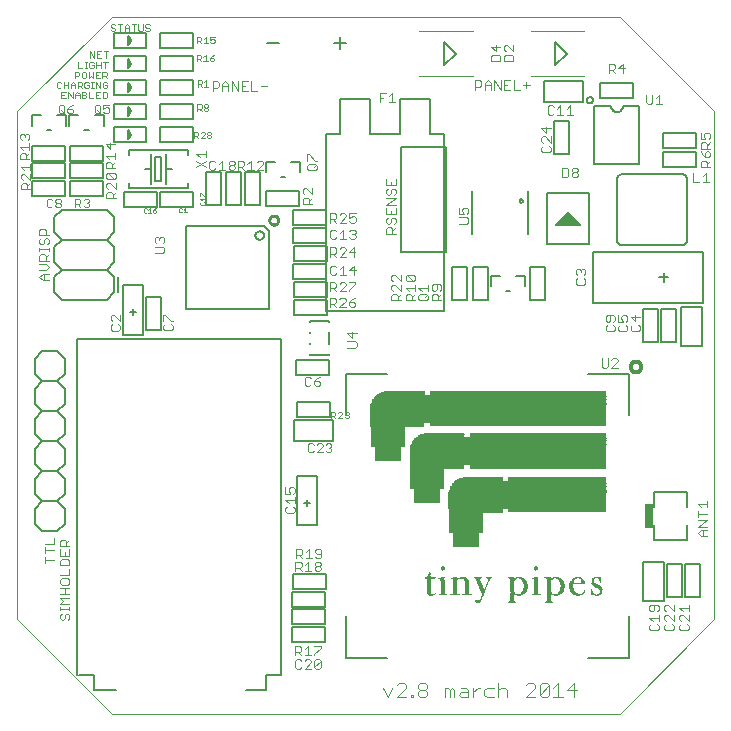
<source format=gto>
G75*
%MOIN*%
%OFA0B0*%
%FSLAX24Y24*%
%IPPOS*%
%LPD*%
%AMOC8*
5,1,8,0,0,1.08239X$1,22.5*
%
%ADD10C,0.0000*%
%ADD11R,0.0296X0.0006*%
%ADD12R,0.0038X0.0006*%
%ADD13R,0.0088X0.0006*%
%ADD14R,0.0252X0.0006*%
%ADD15R,0.0113X0.0006*%
%ADD16R,0.0214X0.0006*%
%ADD17R,0.0132X0.0006*%
%ADD18R,0.0183X0.0006*%
%ADD19R,0.0145X0.0006*%
%ADD20R,0.0164X0.0006*%
%ADD21R,0.0157X0.0006*%
%ADD22R,0.0151X0.0006*%
%ADD23R,0.0170X0.0006*%
%ADD24R,0.0176X0.0006*%
%ADD25R,0.0120X0.0006*%
%ADD26R,0.0094X0.0006*%
%ADD27R,0.0031X0.0006*%
%ADD28R,0.0069X0.0006*%
%ADD29R,0.0107X0.0006*%
%ADD30R,0.0025X0.0006*%
%ADD31R,0.0019X0.0006*%
%ADD32R,0.0101X0.0006*%
%ADD33R,0.0063X0.0006*%
%ADD34R,0.0057X0.0006*%
%ADD35R,0.0139X0.0006*%
%ADD36R,0.0302X0.0006*%
%ADD37R,0.0208X0.0006*%
%ADD38R,0.0006X0.0006*%
%ADD39R,0.0050X0.0006*%
%ADD40R,0.0202X0.0006*%
%ADD41R,0.0246X0.0006*%
%ADD42R,0.0013X0.0006*%
%ADD43R,0.0220X0.0006*%
%ADD44R,0.0044X0.0006*%
%ADD45R,0.0271X0.0006*%
%ADD46R,0.0321X0.0006*%
%ADD47R,0.0126X0.0006*%
%ADD48R,0.0082X0.0006*%
%ADD49R,0.0076X0.0006*%
%ADD50R,0.0189X0.0006*%
%ADD51R,0.0195X0.0006*%
%ADD52R,0.0510X0.0006*%
%ADD53R,0.0504X0.0006*%
%ADD54R,0.0346X0.0006*%
%ADD55R,0.0328X0.0006*%
%ADD56R,0.0265X0.0006*%
%ADD57R,0.0315X0.0006*%
%ADD58R,0.0894X0.0006*%
%ADD59R,0.1159X0.0006*%
%ADD60R,0.1808X0.0006*%
%ADD61R,0.3250X0.0006*%
%ADD62R,0.1814X0.0006*%
%ADD63R,0.5254X0.0006*%
%ADD64R,0.5247X0.0006*%
%ADD65R,0.5241X0.0006*%
%ADD66R,0.5235X0.0006*%
%ADD67R,0.5228X0.0006*%
%ADD68R,0.5222X0.0006*%
%ADD69R,0.5216X0.0006*%
%ADD70R,0.5209X0.0006*%
%ADD71R,0.5203X0.0006*%
%ADD72R,0.5197X0.0006*%
%ADD73R,0.5191X0.0006*%
%ADD74R,0.5184X0.0006*%
%ADD75R,0.5178X0.0006*%
%ADD76R,0.5172X0.0006*%
%ADD77R,0.5165X0.0006*%
%ADD78R,0.5159X0.0006*%
%ADD79R,0.5153X0.0006*%
%ADD80R,0.5146X0.0006*%
%ADD81R,0.5140X0.0006*%
%ADD82R,0.5134X0.0006*%
%ADD83R,0.5128X0.0006*%
%ADD84R,0.5121X0.0006*%
%ADD85R,0.5115X0.0006*%
%ADD86R,0.5109X0.0006*%
%ADD87R,0.5102X0.0006*%
%ADD88R,0.5096X0.0006*%
%ADD89R,0.5090X0.0006*%
%ADD90R,0.5083X0.0006*%
%ADD91R,0.5077X0.0006*%
%ADD92R,0.5071X0.0006*%
%ADD93R,0.5065X0.0006*%
%ADD94R,0.5058X0.0006*%
%ADD95R,0.5052X0.0006*%
%ADD96R,0.1606X0.0006*%
%ADD97R,0.1587X0.0006*%
%ADD98R,0.1581X0.0006*%
%ADD99R,0.1575X0.0006*%
%ADD100R,0.1569X0.0006*%
%ADD101R,0.1556X0.0006*%
%ADD102R,0.1550X0.0006*%
%ADD103R,0.1537X0.0006*%
%ADD104R,0.1531X0.0006*%
%ADD105R,0.1518X0.0006*%
%ADD106R,0.1506X0.0006*%
%ADD107R,0.1493X0.0006*%
%ADD108R,0.1480X0.0006*%
%ADD109R,0.1468X0.0006*%
%ADD110R,0.1455X0.0006*%
%ADD111R,0.1443X0.0006*%
%ADD112R,0.1424X0.0006*%
%ADD113R,0.1405X0.0006*%
%ADD114R,0.1386X0.0006*%
%ADD115R,0.1361X0.0006*%
%ADD116R,0.1329X0.0006*%
%ADD117R,0.1291X0.0006*%
%ADD118R,0.4542X0.0006*%
%ADD119R,0.6545X0.0006*%
%ADD120R,0.0888X0.0006*%
%ADD121R,0.6539X0.0006*%
%ADD122R,0.6532X0.0006*%
%ADD123R,0.6526X0.0006*%
%ADD124R,0.6520X0.0006*%
%ADD125R,0.6513X0.0006*%
%ADD126R,0.6507X0.0006*%
%ADD127R,0.6501X0.0006*%
%ADD128R,0.6494X0.0006*%
%ADD129R,0.6488X0.0006*%
%ADD130R,0.6482X0.0006*%
%ADD131R,0.6476X0.0006*%
%ADD132R,0.6469X0.0006*%
%ADD133R,0.6463X0.0006*%
%ADD134R,0.6457X0.0006*%
%ADD135R,0.6450X0.0006*%
%ADD136R,0.6444X0.0006*%
%ADD137R,0.6438X0.0006*%
%ADD138R,0.6431X0.0006*%
%ADD139R,0.6425X0.0006*%
%ADD140R,0.6419X0.0006*%
%ADD141R,0.6413X0.0006*%
%ADD142R,0.6406X0.0006*%
%ADD143R,0.6400X0.0006*%
%ADD144R,0.6394X0.0006*%
%ADD145R,0.6387X0.0006*%
%ADD146R,0.6381X0.0006*%
%ADD147R,0.6375X0.0006*%
%ADD148R,0.6369X0.0006*%
%ADD149R,0.6362X0.0006*%
%ADD150R,0.6356X0.0006*%
%ADD151R,0.6343X0.0006*%
%ADD152R,0.6337X0.0006*%
%ADD153R,0.1594X0.0006*%
%ADD154R,0.1562X0.0006*%
%ADD155R,0.1543X0.0006*%
%ADD156R,0.1512X0.0006*%
%ADD157R,0.1499X0.0006*%
%ADD158R,0.1487X0.0006*%
%ADD159R,0.1474X0.0006*%
%ADD160R,0.1461X0.0006*%
%ADD161R,0.1430X0.0006*%
%ADD162R,0.1411X0.0006*%
%ADD163R,0.1367X0.0006*%
%ADD164R,0.1335X0.0006*%
%ADD165R,0.5858X0.0006*%
%ADD166R,0.7861X0.0006*%
%ADD167R,0.7855X0.0006*%
%ADD168R,0.7849X0.0006*%
%ADD169R,0.7843X0.0006*%
%ADD170R,0.7836X0.0006*%
%ADD171R,0.7830X0.0006*%
%ADD172R,0.7824X0.0006*%
%ADD173R,0.7817X0.0006*%
%ADD174R,0.7811X0.0006*%
%ADD175R,0.7805X0.0006*%
%ADD176R,0.7798X0.0006*%
%ADD177R,0.7792X0.0006*%
%ADD178R,0.7786X0.0006*%
%ADD179R,0.7780X0.0006*%
%ADD180R,0.7773X0.0006*%
%ADD181R,0.7767X0.0006*%
%ADD182R,0.7761X0.0006*%
%ADD183R,0.7754X0.0006*%
%ADD184R,0.7748X0.0006*%
%ADD185R,0.7742X0.0006*%
%ADD186R,0.7735X0.0006*%
%ADD187R,0.7729X0.0006*%
%ADD188R,0.7723X0.0006*%
%ADD189R,0.7717X0.0006*%
%ADD190R,0.7710X0.0006*%
%ADD191R,0.7704X0.0006*%
%ADD192R,0.7698X0.0006*%
%ADD193R,0.7691X0.0006*%
%ADD194R,0.7685X0.0006*%
%ADD195R,0.7679X0.0006*%
%ADD196R,0.7672X0.0006*%
%ADD197R,0.7666X0.0006*%
%ADD198R,0.7660X0.0006*%
%ADD199R,0.1600X0.0006*%
%ADD200R,0.1524X0.0006*%
%ADD201R,0.1436X0.0006*%
%ADD202R,0.1417X0.0006*%
%ADD203R,0.1398X0.0006*%
%ADD204R,0.1380X0.0006*%
%ADD205R,0.1354X0.0006*%
%ADD206R,0.1323X0.0006*%
%ADD207R,0.1260X0.0006*%
%ADD208C,0.0080*%
%ADD209C,0.0040*%
%ADD210C,0.0030*%
%ADD211C,0.0100*%
%ADD212C,0.0120*%
%ADD213C,0.0050*%
%ADD214R,0.0300X0.0800*%
%ADD215C,0.0060*%
%ADD216C,0.0020*%
D10*
X001579Y003519D02*
X001579Y020448D01*
X004728Y023597D01*
X021657Y023597D01*
X024807Y020448D01*
X021657Y023597D01*
X024807Y020448D02*
X024807Y003519D01*
X021657Y000369D01*
X004728Y000369D01*
X001579Y003519D01*
D11*
X015751Y004305D03*
X015751Y004311D03*
X018069Y004053D03*
X018069Y004047D03*
X018875Y004305D03*
X018875Y004311D03*
X019297Y004053D03*
X019297Y004047D03*
X020274Y004324D03*
D12*
X020434Y004349D03*
X020441Y004356D03*
X020731Y004400D03*
X020731Y004406D03*
X020819Y004311D03*
X021008Y004809D03*
X020825Y004872D03*
X020812Y004866D03*
X020800Y004859D03*
X020794Y004853D03*
X020183Y004866D03*
X019446Y004311D03*
X019376Y004356D03*
X018217Y004311D03*
X018148Y004356D03*
X017297Y004790D03*
X017297Y004796D03*
X017096Y004311D03*
X017096Y004305D03*
X017096Y004299D03*
X016926Y004053D03*
X015320Y005011D03*
X015320Y005017D03*
D13*
X015294Y004929D03*
X016926Y004059D03*
X017102Y004374D03*
X017310Y004847D03*
X018406Y004337D03*
X019634Y004337D03*
X020069Y004752D03*
X020069Y004759D03*
X020075Y004765D03*
X020422Y004784D03*
X020422Y004790D03*
X020428Y004778D03*
X020434Y004759D03*
X020756Y004727D03*
X020762Y004715D03*
X020976Y004859D03*
X021033Y004456D03*
X021033Y004450D03*
X021033Y004444D03*
X020756Y004337D03*
D14*
X019301Y004059D03*
X018072Y004059D03*
X016560Y004318D03*
X016170Y004318D03*
D15*
X016170Y004374D03*
X016170Y004381D03*
X016170Y004387D03*
X016170Y004393D03*
X016170Y004400D03*
X016176Y004759D03*
X016491Y004853D03*
X016504Y004847D03*
X016560Y004400D03*
X016560Y004393D03*
X016560Y004387D03*
X016560Y004381D03*
X016560Y004374D03*
X016926Y004066D03*
X017102Y004406D03*
X017033Y004563D03*
X017020Y004595D03*
X017008Y004626D03*
X017001Y004639D03*
X017001Y004645D03*
X016995Y004658D03*
X016989Y004670D03*
X016989Y004677D03*
X016983Y004689D03*
X016983Y004696D03*
X016976Y004702D03*
X016976Y004708D03*
X016970Y004721D03*
X016970Y004727D03*
X016964Y004733D03*
X016964Y004740D03*
X016964Y004746D03*
X016957Y004752D03*
X016957Y004759D03*
X016951Y004771D03*
X018060Y004891D03*
X018079Y004746D03*
X018079Y004740D03*
X018079Y004425D03*
X018079Y004419D03*
X018079Y004412D03*
X018079Y004406D03*
X018482Y004425D03*
X018488Y004437D03*
X018494Y004450D03*
X018501Y004463D03*
X018501Y004469D03*
X018507Y004481D03*
X018507Y004488D03*
X018507Y004494D03*
X018513Y004500D03*
X018513Y004507D03*
X018513Y004513D03*
X018520Y004532D03*
X018520Y004538D03*
X018520Y004544D03*
X018520Y004551D03*
X018520Y004645D03*
X018513Y004677D03*
X018507Y004702D03*
X018501Y004721D03*
X018494Y004733D03*
X018494Y004740D03*
X018488Y004746D03*
X018488Y004752D03*
X018482Y004759D03*
X018482Y004765D03*
X018475Y004771D03*
X018469Y004784D03*
X018463Y004790D03*
X018872Y004796D03*
X018872Y004803D03*
X018872Y004809D03*
X018879Y005212D03*
X019288Y004891D03*
X019307Y004746D03*
X019307Y004740D03*
X019307Y004425D03*
X019307Y004419D03*
X019307Y004412D03*
X019307Y004406D03*
X019710Y004425D03*
X019716Y004437D03*
X019723Y004450D03*
X019729Y004463D03*
X019729Y004469D03*
X019735Y004481D03*
X019735Y004488D03*
X019735Y004494D03*
X019742Y004500D03*
X019742Y004507D03*
X019742Y004513D03*
X019748Y004532D03*
X019748Y004538D03*
X019748Y004544D03*
X019748Y004551D03*
X019748Y004645D03*
X019742Y004677D03*
X019735Y004702D03*
X019729Y004721D03*
X019723Y004733D03*
X019723Y004740D03*
X019716Y004746D03*
X019716Y004752D03*
X019710Y004759D03*
X019710Y004765D03*
X019704Y004771D03*
X019697Y004784D03*
X019691Y004790D03*
X020044Y004670D03*
X020044Y004664D03*
X020044Y004658D03*
X020038Y004652D03*
X020038Y004645D03*
X020038Y004639D03*
X020038Y004633D03*
X020038Y004626D03*
X020038Y004620D03*
X020038Y004614D03*
X020038Y004607D03*
X020038Y004601D03*
X020038Y004595D03*
X020775Y004696D03*
X020781Y004689D03*
X020964Y004872D03*
X021020Y004494D03*
X018879Y004387D03*
X018879Y004381D03*
X018879Y004374D03*
X015754Y004374D03*
X015754Y004381D03*
X015754Y004387D03*
X015294Y004381D03*
X015294Y004374D03*
X015294Y004368D03*
X015282Y004904D03*
X015748Y004809D03*
X015748Y004803D03*
X015748Y004796D03*
X015754Y005212D03*
D16*
X016422Y004866D03*
X018072Y004066D03*
X019301Y004066D03*
X020875Y004620D03*
X020894Y004607D03*
X020901Y004601D03*
D17*
X020268Y004878D03*
X020047Y004519D03*
X020053Y004494D03*
X020060Y004475D03*
X020066Y004463D03*
X020066Y004456D03*
X020072Y004450D03*
X020072Y004444D03*
X020079Y004437D03*
X020085Y004425D03*
X020091Y004419D03*
X020104Y004400D03*
X019316Y004374D03*
X019316Y004368D03*
X019297Y004104D03*
X019297Y004097D03*
X018875Y004356D03*
X018863Y004828D03*
X019310Y004790D03*
X019310Y004784D03*
X018082Y004784D03*
X018082Y004790D03*
X018088Y004374D03*
X018088Y004368D03*
X018069Y004104D03*
X018069Y004097D03*
X016929Y004072D03*
X016935Y004822D03*
X016935Y004828D03*
X016425Y004878D03*
X016179Y004790D03*
X016154Y004828D03*
X015738Y004828D03*
X015751Y004356D03*
X015379Y004299D03*
X015323Y004330D03*
X015316Y004337D03*
X016167Y004356D03*
D18*
X016173Y004330D03*
X016564Y004330D03*
X016942Y004116D03*
X018069Y004072D03*
X019297Y004072D03*
X020192Y004337D03*
X020960Y004557D03*
D19*
X020803Y004670D03*
X020135Y004368D03*
X020129Y004374D03*
X020123Y004381D03*
X019297Y004091D03*
X019310Y004796D03*
X019279Y004853D03*
X018857Y004841D03*
X018082Y004796D03*
X018050Y004853D03*
X018069Y004091D03*
X016929Y004078D03*
X016935Y004834D03*
X016179Y004803D03*
X016148Y004841D03*
X015732Y004841D03*
X015335Y004324D03*
D20*
X015754Y004337D03*
X016170Y004337D03*
X016560Y004337D03*
X016932Y004091D03*
X016138Y004847D03*
X015723Y004847D03*
X018034Y004866D03*
X018034Y004885D03*
X018072Y004078D03*
X018879Y004337D03*
X019301Y004078D03*
X019263Y004866D03*
X019263Y004885D03*
X018847Y004847D03*
X020164Y004349D03*
X020277Y004299D03*
X020819Y004658D03*
X020976Y004544D03*
D21*
X020986Y004538D03*
X020809Y004664D03*
X020154Y004356D03*
X019316Y004815D03*
X018850Y004866D03*
X018088Y004815D03*
X017313Y004866D03*
X016935Y004847D03*
X016929Y004085D03*
X015726Y004866D03*
D22*
X016138Y004866D03*
X016170Y004343D03*
X016560Y004343D03*
X016932Y004841D03*
X018047Y004859D03*
X018085Y004809D03*
X018085Y004803D03*
X018305Y004878D03*
X018879Y004343D03*
X019301Y004085D03*
X019313Y004803D03*
X019313Y004809D03*
X019275Y004859D03*
X019534Y004878D03*
X020145Y004362D03*
X020989Y004532D03*
X018072Y004085D03*
X015754Y004343D03*
D23*
X016935Y004097D03*
X016935Y004853D03*
X018088Y004822D03*
X019316Y004822D03*
X020179Y004343D03*
X020828Y004652D03*
X020967Y004551D03*
D24*
X020838Y004645D03*
X019527Y004305D03*
X019320Y004828D03*
X018879Y004330D03*
X018299Y004305D03*
X018091Y004828D03*
X016938Y004110D03*
X016938Y004104D03*
X016422Y004872D03*
X015754Y004330D03*
X015383Y004305D03*
D25*
X015304Y004349D03*
X015304Y004356D03*
X015297Y004362D03*
X015751Y004368D03*
X015745Y004815D03*
X015751Y005174D03*
X015751Y005181D03*
X015751Y005187D03*
X015751Y005193D03*
X015751Y005200D03*
X015751Y005206D03*
X015279Y004897D03*
X016160Y004815D03*
X016160Y004809D03*
X016173Y004771D03*
X016173Y004765D03*
X016942Y004796D03*
X016942Y004803D03*
X016948Y004790D03*
X016948Y004784D03*
X016948Y004778D03*
X016954Y004765D03*
X017099Y004419D03*
X017099Y004412D03*
X018082Y004400D03*
X018082Y004393D03*
X018069Y004122D03*
X018069Y004116D03*
X018069Y004110D03*
X018516Y004519D03*
X018516Y004526D03*
X018523Y004557D03*
X018523Y004563D03*
X018523Y004570D03*
X018523Y004576D03*
X018523Y004582D03*
X018523Y004589D03*
X018523Y004595D03*
X018523Y004601D03*
X018523Y004607D03*
X018523Y004614D03*
X018523Y004620D03*
X018523Y004626D03*
X018523Y004633D03*
X018523Y004639D03*
X018516Y004652D03*
X018516Y004658D03*
X018516Y004664D03*
X018516Y004670D03*
X018510Y004683D03*
X018510Y004689D03*
X018510Y004696D03*
X018504Y004708D03*
X018504Y004715D03*
X018497Y004727D03*
X018075Y004752D03*
X018075Y004759D03*
X018869Y004815D03*
X018875Y005174D03*
X018875Y005181D03*
X018875Y005187D03*
X018875Y005193D03*
X018875Y005200D03*
X018875Y005206D03*
X019304Y004759D03*
X019304Y004752D03*
X019726Y004727D03*
X019732Y004715D03*
X019732Y004708D03*
X019738Y004696D03*
X019738Y004689D03*
X019738Y004683D03*
X019745Y004670D03*
X019745Y004664D03*
X019745Y004658D03*
X019745Y004652D03*
X019751Y004639D03*
X019751Y004633D03*
X019751Y004626D03*
X019751Y004620D03*
X019751Y004614D03*
X019751Y004607D03*
X019751Y004601D03*
X019751Y004595D03*
X019751Y004589D03*
X019751Y004582D03*
X019751Y004576D03*
X019751Y004570D03*
X019751Y004563D03*
X019751Y004557D03*
X019745Y004526D03*
X019745Y004519D03*
X020041Y004551D03*
X020041Y004557D03*
X020041Y004563D03*
X020041Y004570D03*
X020041Y004576D03*
X020041Y004582D03*
X020041Y004589D03*
X019310Y004400D03*
X019310Y004393D03*
X019297Y004122D03*
X019297Y004116D03*
X019297Y004110D03*
X018875Y004368D03*
X020897Y004299D03*
X021017Y004500D03*
X021011Y004507D03*
D26*
X021030Y004469D03*
X021030Y004463D03*
X020759Y004330D03*
X020765Y004708D03*
X020973Y004866D03*
X020438Y004752D03*
X020438Y004746D03*
X020431Y004765D03*
X020431Y004771D03*
X020444Y004721D03*
X020444Y004715D03*
X020066Y004746D03*
X020060Y004733D03*
X019663Y004362D03*
X019657Y004356D03*
X019650Y004349D03*
X019644Y004343D03*
X019625Y004330D03*
X019612Y004324D03*
X019600Y004318D03*
X019587Y004311D03*
X018875Y005156D03*
X018875Y005231D03*
X018434Y004362D03*
X018428Y004356D03*
X018422Y004349D03*
X018416Y004343D03*
X018397Y004330D03*
X018384Y004324D03*
X018372Y004318D03*
X018359Y004311D03*
X017099Y004381D03*
X017099Y004387D03*
X016904Y004122D03*
X015751Y005156D03*
X015751Y005231D03*
X015291Y004922D03*
D27*
X015323Y005023D03*
X015323Y005030D03*
X015323Y005036D03*
X015323Y005042D03*
X015751Y005137D03*
X015751Y005250D03*
X016318Y004859D03*
X017093Y004293D03*
X017093Y004286D03*
X017030Y004135D03*
X017023Y004129D03*
X017017Y004122D03*
X017288Y004759D03*
X017294Y004771D03*
X017294Y004778D03*
X017294Y004784D03*
X018157Y004349D03*
X018164Y004343D03*
X018170Y004337D03*
X018201Y004318D03*
X018875Y005137D03*
X018875Y005250D03*
X019386Y004349D03*
X019392Y004343D03*
X019398Y004337D03*
X019430Y004318D03*
X020450Y004362D03*
X020457Y004368D03*
X020727Y004412D03*
X020727Y004419D03*
X020834Y004305D03*
X021011Y004796D03*
X021011Y004803D03*
D28*
X020753Y004752D03*
X020387Y004834D03*
X020381Y004841D03*
X020375Y004847D03*
X020362Y004853D03*
X020324Y004872D03*
X020110Y004815D03*
X020104Y004809D03*
X020280Y004293D03*
X020746Y004356D03*
X021023Y004374D03*
X021030Y004387D03*
X021030Y004393D03*
X021030Y004400D03*
X019537Y004885D03*
X018309Y004885D03*
X017307Y004834D03*
X017099Y004356D03*
X017099Y004349D03*
X016897Y004129D03*
X015304Y004948D03*
X015304Y004954D03*
D29*
X015285Y004910D03*
X015751Y004872D03*
X015751Y004790D03*
X015751Y004784D03*
X015751Y004778D03*
X015751Y004771D03*
X015751Y005162D03*
X015751Y005168D03*
X015751Y005219D03*
X016160Y004872D03*
X016173Y004752D03*
X016173Y004746D03*
X016173Y004740D03*
X016173Y004733D03*
X016173Y004727D03*
X016173Y004721D03*
X016173Y004715D03*
X016167Y004406D03*
X016564Y004406D03*
X016557Y004746D03*
X016557Y004752D03*
X016557Y004759D03*
X016557Y004765D03*
X016557Y004771D03*
X016551Y004784D03*
X016551Y004790D03*
X016545Y004803D03*
X016538Y004815D03*
X016532Y004822D03*
X016526Y004828D03*
X016520Y004834D03*
X016513Y004841D03*
X016973Y004715D03*
X016986Y004683D03*
X016992Y004664D03*
X016998Y004652D03*
X017005Y004633D03*
X017011Y004620D03*
X017011Y004614D03*
X017017Y004607D03*
X017017Y004601D03*
X017023Y004589D03*
X017023Y004582D03*
X017030Y004576D03*
X017030Y004570D03*
X017036Y004557D03*
X017036Y004551D03*
X017042Y004544D03*
X017042Y004538D03*
X017042Y004532D03*
X017049Y004526D03*
X017049Y004519D03*
X017055Y004513D03*
X017055Y004507D03*
X017055Y004500D03*
X017061Y004494D03*
X017061Y004488D03*
X017068Y004481D03*
X017068Y004475D03*
X017074Y004463D03*
X017074Y004456D03*
X017080Y004444D03*
X017086Y004431D03*
X017086Y004425D03*
X017099Y004400D03*
X017099Y004393D03*
X018075Y004431D03*
X018075Y004437D03*
X018075Y004444D03*
X018075Y004450D03*
X018075Y004456D03*
X018075Y004463D03*
X018075Y004469D03*
X018075Y004696D03*
X018075Y004702D03*
X018075Y004708D03*
X018075Y004715D03*
X018075Y004721D03*
X018075Y004727D03*
X018075Y004733D03*
X018441Y004815D03*
X018447Y004809D03*
X018453Y004803D03*
X018460Y004796D03*
X018472Y004778D03*
X018504Y004475D03*
X018497Y004456D03*
X018491Y004444D03*
X018485Y004431D03*
X018479Y004419D03*
X018472Y004412D03*
X018472Y004406D03*
X018466Y004400D03*
X018453Y004381D03*
X018447Y004374D03*
X018069Y004192D03*
X018069Y004185D03*
X018069Y004179D03*
X018069Y004173D03*
X018069Y004167D03*
X018069Y004160D03*
X018069Y004154D03*
X018069Y004148D03*
X018069Y004141D03*
X018069Y004135D03*
X018069Y004129D03*
X018875Y004393D03*
X018875Y004400D03*
X018875Y004406D03*
X018875Y004771D03*
X018875Y004778D03*
X018875Y004784D03*
X018875Y004790D03*
X018875Y004872D03*
X018875Y005162D03*
X018875Y005168D03*
X018875Y005219D03*
X019304Y004733D03*
X019304Y004727D03*
X019304Y004721D03*
X019304Y004715D03*
X019304Y004708D03*
X019304Y004702D03*
X019304Y004696D03*
X019304Y004469D03*
X019304Y004463D03*
X019304Y004456D03*
X019304Y004450D03*
X019304Y004444D03*
X019304Y004437D03*
X019304Y004431D03*
X019297Y004192D03*
X019297Y004185D03*
X019297Y004179D03*
X019297Y004173D03*
X019297Y004167D03*
X019297Y004160D03*
X019297Y004154D03*
X019297Y004148D03*
X019297Y004141D03*
X019297Y004135D03*
X019297Y004129D03*
X019675Y004374D03*
X019682Y004381D03*
X019694Y004400D03*
X019701Y004406D03*
X019701Y004412D03*
X019707Y004419D03*
X019713Y004431D03*
X019720Y004444D03*
X019726Y004456D03*
X019732Y004475D03*
X019701Y004778D03*
X019688Y004796D03*
X019682Y004803D03*
X019675Y004809D03*
X019669Y004815D03*
X020053Y004715D03*
X020053Y004708D03*
X021023Y004488D03*
X015751Y004406D03*
X015751Y004400D03*
X015751Y004393D03*
X015291Y004393D03*
X015291Y004387D03*
X015291Y004400D03*
D30*
X015490Y004324D03*
X015326Y005048D03*
X015326Y005055D03*
X016302Y004853D03*
X016894Y004135D03*
X017033Y004141D03*
X017039Y004148D03*
X017064Y004204D03*
X017077Y004236D03*
X017083Y004255D03*
X017090Y004267D03*
X017090Y004274D03*
X017090Y004280D03*
X017247Y004652D03*
X017260Y004683D03*
X017272Y004715D03*
X017279Y004733D03*
X017285Y004746D03*
X017285Y004752D03*
X017291Y004765D03*
X018179Y004330D03*
X018192Y004324D03*
X019408Y004330D03*
X019420Y004324D03*
X020466Y004374D03*
X020472Y004387D03*
X020479Y004393D03*
X020485Y004406D03*
X020724Y004425D03*
X020724Y004431D03*
X021014Y004784D03*
X021014Y004790D03*
D31*
X021017Y004778D03*
X021017Y004771D03*
X021017Y004765D03*
X020721Y004450D03*
X020721Y004444D03*
X020721Y004437D03*
X020721Y004318D03*
X020494Y004425D03*
X020494Y004431D03*
X020501Y004444D03*
X020488Y004412D03*
X020482Y004400D03*
X020469Y004381D03*
X017282Y004740D03*
X017275Y004727D03*
X017275Y004721D03*
X017269Y004708D03*
X017269Y004702D03*
X017263Y004696D03*
X017263Y004689D03*
X017257Y004677D03*
X017257Y004670D03*
X017250Y004664D03*
X017250Y004658D03*
X017244Y004645D03*
X017244Y004639D03*
X017238Y004633D03*
X017238Y004626D03*
X017231Y004620D03*
X017231Y004614D03*
X017231Y004607D03*
X017225Y004601D03*
X017225Y004595D03*
X017219Y004589D03*
X017219Y004582D03*
X017219Y004576D03*
X017212Y004570D03*
X017212Y004563D03*
X017206Y004557D03*
X017206Y004551D03*
X017206Y004544D03*
X017200Y004538D03*
X017200Y004532D03*
X017194Y004526D03*
X017194Y004519D03*
X017194Y004513D03*
X017187Y004507D03*
X017187Y004500D03*
X017181Y004494D03*
X017181Y004488D03*
X017175Y004475D03*
X017175Y004469D03*
X017168Y004463D03*
X017168Y004456D03*
X017162Y004444D03*
X017162Y004437D03*
X017156Y004431D03*
X017156Y004425D03*
X017086Y004261D03*
X017080Y004248D03*
X017080Y004242D03*
X017074Y004230D03*
X017074Y004223D03*
X017068Y004217D03*
X017068Y004211D03*
X017061Y004198D03*
X017061Y004192D03*
X017055Y004185D03*
X017055Y004179D03*
X017049Y004173D03*
X017049Y004167D03*
X017042Y004160D03*
X017042Y004154D03*
X016293Y004847D03*
X016280Y004841D03*
X016261Y004828D03*
X016255Y004822D03*
X016249Y004815D03*
X016242Y004809D03*
X015499Y004330D03*
D32*
X015288Y004406D03*
X015288Y004412D03*
X015288Y004419D03*
X015288Y004425D03*
X015288Y004431D03*
X015288Y004437D03*
X015288Y004444D03*
X015288Y004450D03*
X015288Y004456D03*
X015288Y004463D03*
X015288Y004469D03*
X015288Y004475D03*
X015288Y004481D03*
X015288Y004488D03*
X015288Y004494D03*
X015288Y004500D03*
X015288Y004507D03*
X015288Y004513D03*
X015288Y004519D03*
X015288Y004526D03*
X015288Y004532D03*
X015288Y004538D03*
X015288Y004544D03*
X015288Y004551D03*
X015288Y004557D03*
X015288Y004563D03*
X015288Y004570D03*
X015288Y004576D03*
X015288Y004582D03*
X015288Y004589D03*
X015288Y004595D03*
X015288Y004601D03*
X015288Y004607D03*
X015288Y004614D03*
X015288Y004620D03*
X015288Y004626D03*
X015288Y004633D03*
X015288Y004639D03*
X015288Y004645D03*
X015288Y004652D03*
X015288Y004658D03*
X015288Y004664D03*
X015288Y004670D03*
X015288Y004677D03*
X015288Y004683D03*
X015288Y004689D03*
X015288Y004696D03*
X015288Y004702D03*
X015288Y004708D03*
X015288Y004715D03*
X015288Y004721D03*
X015288Y004727D03*
X015288Y004733D03*
X015288Y004740D03*
X015288Y004746D03*
X015288Y004752D03*
X015288Y004759D03*
X015288Y004765D03*
X015288Y004771D03*
X015288Y004778D03*
X015288Y004784D03*
X015288Y004790D03*
X015288Y004796D03*
X015288Y004803D03*
X015288Y004809D03*
X015288Y004815D03*
X015288Y004822D03*
X015288Y004828D03*
X015288Y004834D03*
X015288Y004841D03*
X015288Y004847D03*
X015288Y004853D03*
X015288Y004916D03*
X015754Y004765D03*
X015754Y004759D03*
X015754Y004752D03*
X015754Y004746D03*
X015754Y004740D03*
X015754Y004733D03*
X015754Y004727D03*
X015754Y004721D03*
X015754Y004715D03*
X015754Y004708D03*
X015754Y004702D03*
X015754Y004696D03*
X015754Y004689D03*
X015754Y004683D03*
X015754Y004677D03*
X015754Y004670D03*
X015754Y004664D03*
X015754Y004658D03*
X015754Y004652D03*
X015754Y004645D03*
X015754Y004639D03*
X015754Y004633D03*
X015754Y004626D03*
X015754Y004620D03*
X015754Y004614D03*
X015754Y004607D03*
X015754Y004601D03*
X015754Y004595D03*
X015754Y004589D03*
X015754Y004582D03*
X015754Y004576D03*
X015754Y004570D03*
X015754Y004563D03*
X015754Y004557D03*
X015754Y004551D03*
X015754Y004544D03*
X015754Y004538D03*
X015754Y004532D03*
X015754Y004526D03*
X015754Y004519D03*
X015754Y004513D03*
X015754Y004507D03*
X015754Y004500D03*
X015754Y004494D03*
X015754Y004488D03*
X015754Y004481D03*
X015754Y004475D03*
X015754Y004469D03*
X015754Y004463D03*
X015754Y004456D03*
X015754Y004450D03*
X015754Y004444D03*
X015754Y004437D03*
X015754Y004431D03*
X015754Y004425D03*
X015754Y004419D03*
X015754Y004412D03*
X016170Y004412D03*
X016170Y004419D03*
X016170Y004425D03*
X016170Y004431D03*
X016170Y004437D03*
X016170Y004444D03*
X016170Y004450D03*
X016170Y004456D03*
X016170Y004463D03*
X016170Y004469D03*
X016170Y004475D03*
X016170Y004481D03*
X016170Y004488D03*
X016170Y004494D03*
X016170Y004500D03*
X016170Y004507D03*
X016170Y004513D03*
X016170Y004519D03*
X016170Y004526D03*
X016170Y004532D03*
X016170Y004538D03*
X016170Y004544D03*
X016170Y004551D03*
X016170Y004557D03*
X016170Y004563D03*
X016170Y004570D03*
X016170Y004576D03*
X016170Y004582D03*
X016170Y004589D03*
X016170Y004595D03*
X016170Y004601D03*
X016170Y004607D03*
X016170Y004614D03*
X016170Y004620D03*
X016170Y004626D03*
X016170Y004633D03*
X016170Y004639D03*
X016170Y004645D03*
X016170Y004652D03*
X016170Y004658D03*
X016170Y004664D03*
X016170Y004670D03*
X016170Y004677D03*
X016170Y004683D03*
X016170Y004689D03*
X016170Y004696D03*
X016170Y004702D03*
X016170Y004708D03*
X016542Y004809D03*
X016548Y004796D03*
X016554Y004778D03*
X016560Y004740D03*
X016560Y004733D03*
X016560Y004727D03*
X016560Y004721D03*
X016560Y004715D03*
X016560Y004708D03*
X016560Y004702D03*
X016560Y004696D03*
X016560Y004689D03*
X016560Y004683D03*
X016560Y004677D03*
X016560Y004670D03*
X016560Y004664D03*
X016560Y004658D03*
X016560Y004652D03*
X016560Y004645D03*
X016560Y004639D03*
X016560Y004633D03*
X016560Y004626D03*
X016560Y004620D03*
X016560Y004614D03*
X016560Y004607D03*
X016560Y004601D03*
X016560Y004595D03*
X016560Y004589D03*
X016560Y004582D03*
X016560Y004576D03*
X016560Y004570D03*
X016560Y004563D03*
X016560Y004557D03*
X016560Y004551D03*
X016560Y004544D03*
X016560Y004538D03*
X016560Y004532D03*
X016560Y004526D03*
X016560Y004519D03*
X016560Y004513D03*
X016560Y004507D03*
X016560Y004500D03*
X016560Y004494D03*
X016560Y004488D03*
X016560Y004481D03*
X016560Y004475D03*
X016560Y004469D03*
X016560Y004463D03*
X016560Y004456D03*
X016560Y004450D03*
X016560Y004444D03*
X016560Y004437D03*
X016560Y004431D03*
X016560Y004425D03*
X016560Y004419D03*
X016560Y004412D03*
X017071Y004469D03*
X017077Y004450D03*
X017083Y004437D03*
X017310Y004853D03*
X018072Y004689D03*
X018072Y004683D03*
X018072Y004677D03*
X018072Y004670D03*
X018072Y004664D03*
X018072Y004658D03*
X018072Y004652D03*
X018072Y004645D03*
X018072Y004639D03*
X018072Y004633D03*
X018072Y004626D03*
X018072Y004620D03*
X018072Y004614D03*
X018072Y004607D03*
X018072Y004601D03*
X018072Y004595D03*
X018072Y004589D03*
X018072Y004582D03*
X018072Y004576D03*
X018072Y004570D03*
X018072Y004563D03*
X018072Y004557D03*
X018072Y004551D03*
X018072Y004544D03*
X018072Y004538D03*
X018072Y004532D03*
X018072Y004526D03*
X018072Y004519D03*
X018072Y004513D03*
X018072Y004507D03*
X018072Y004500D03*
X018072Y004494D03*
X018072Y004488D03*
X018072Y004481D03*
X018072Y004475D03*
X018072Y004356D03*
X018072Y004349D03*
X018072Y004343D03*
X018072Y004337D03*
X018072Y004330D03*
X018072Y004324D03*
X018072Y004318D03*
X018072Y004311D03*
X018072Y004305D03*
X018072Y004299D03*
X018072Y004293D03*
X018072Y004286D03*
X018072Y004280D03*
X018072Y004274D03*
X018072Y004267D03*
X018072Y004261D03*
X018072Y004255D03*
X018072Y004248D03*
X018072Y004242D03*
X018072Y004236D03*
X018072Y004230D03*
X018072Y004223D03*
X018072Y004217D03*
X018072Y004211D03*
X018072Y004204D03*
X018072Y004198D03*
X018444Y004368D03*
X018457Y004387D03*
X018463Y004393D03*
X018879Y004412D03*
X018879Y004419D03*
X018879Y004425D03*
X018879Y004431D03*
X018879Y004437D03*
X018879Y004444D03*
X018879Y004450D03*
X018879Y004456D03*
X018879Y004463D03*
X018879Y004469D03*
X018879Y004475D03*
X018879Y004481D03*
X018879Y004488D03*
X018879Y004494D03*
X018879Y004500D03*
X018879Y004507D03*
X018879Y004513D03*
X018879Y004519D03*
X018879Y004526D03*
X018879Y004532D03*
X018879Y004538D03*
X018879Y004544D03*
X018879Y004551D03*
X018879Y004557D03*
X018879Y004563D03*
X018879Y004570D03*
X018879Y004576D03*
X018879Y004582D03*
X018879Y004589D03*
X018879Y004595D03*
X018879Y004601D03*
X018879Y004607D03*
X018879Y004614D03*
X018879Y004620D03*
X018879Y004626D03*
X018879Y004633D03*
X018879Y004639D03*
X018879Y004645D03*
X018879Y004652D03*
X018879Y004658D03*
X018879Y004664D03*
X018879Y004670D03*
X018879Y004677D03*
X018879Y004683D03*
X018879Y004689D03*
X018879Y004696D03*
X018879Y004702D03*
X018879Y004708D03*
X018879Y004715D03*
X018879Y004721D03*
X018879Y004727D03*
X018879Y004733D03*
X018879Y004740D03*
X018879Y004746D03*
X018879Y004752D03*
X018879Y004759D03*
X018879Y004765D03*
X018879Y005225D03*
X018438Y004822D03*
X018431Y004828D03*
X018425Y004834D03*
X018412Y004841D03*
X018406Y004847D03*
X018394Y004853D03*
X018381Y004859D03*
X018368Y004866D03*
X019301Y004689D03*
X019301Y004683D03*
X019301Y004677D03*
X019301Y004670D03*
X019301Y004664D03*
X019301Y004658D03*
X019301Y004652D03*
X019301Y004645D03*
X019301Y004639D03*
X019301Y004633D03*
X019301Y004626D03*
X019301Y004620D03*
X019301Y004614D03*
X019301Y004607D03*
X019301Y004601D03*
X019301Y004595D03*
X019301Y004589D03*
X019301Y004582D03*
X019301Y004576D03*
X019301Y004570D03*
X019301Y004563D03*
X019301Y004557D03*
X019301Y004551D03*
X019301Y004544D03*
X019301Y004538D03*
X019301Y004532D03*
X019301Y004526D03*
X019301Y004519D03*
X019301Y004513D03*
X019301Y004507D03*
X019301Y004500D03*
X019301Y004494D03*
X019301Y004488D03*
X019301Y004481D03*
X019301Y004475D03*
X019301Y004356D03*
X019301Y004349D03*
X019301Y004343D03*
X019301Y004337D03*
X019301Y004330D03*
X019301Y004324D03*
X019301Y004318D03*
X019301Y004311D03*
X019301Y004305D03*
X019301Y004299D03*
X019301Y004293D03*
X019301Y004286D03*
X019301Y004280D03*
X019301Y004274D03*
X019301Y004267D03*
X019301Y004261D03*
X019301Y004255D03*
X019301Y004248D03*
X019301Y004242D03*
X019301Y004236D03*
X019301Y004230D03*
X019301Y004223D03*
X019301Y004217D03*
X019301Y004211D03*
X019301Y004204D03*
X019301Y004198D03*
X019672Y004368D03*
X019685Y004387D03*
X019691Y004393D03*
X019666Y004822D03*
X019660Y004828D03*
X019653Y004834D03*
X019641Y004841D03*
X019634Y004847D03*
X019622Y004853D03*
X019609Y004859D03*
X019597Y004866D03*
X020057Y004727D03*
X020057Y004721D03*
X020063Y004740D03*
X020050Y004702D03*
X020441Y004727D03*
X020441Y004733D03*
X020441Y004740D03*
X020447Y004708D03*
X020447Y004702D03*
X020768Y004702D03*
X021027Y004481D03*
X021027Y004475D03*
X020762Y004324D03*
X015754Y005225D03*
D33*
X015307Y004960D03*
X015383Y004293D03*
X016422Y004885D03*
X018085Y004897D03*
X018167Y004847D03*
X018179Y004853D03*
X018192Y004859D03*
X018211Y004866D03*
X018299Y004293D03*
X019313Y004897D03*
X019395Y004847D03*
X019408Y004853D03*
X019420Y004859D03*
X019439Y004866D03*
X019527Y004293D03*
X020120Y004822D03*
X020126Y004828D03*
X020132Y004834D03*
X020340Y004866D03*
X020353Y004859D03*
X020749Y004778D03*
X020749Y004771D03*
X020749Y004765D03*
X020749Y004759D03*
X020995Y004841D03*
X021027Y004381D03*
X021020Y004368D03*
X020743Y004362D03*
X020409Y004337D03*
D34*
X020740Y004368D03*
X020740Y004374D03*
X020897Y004293D03*
X021005Y004343D03*
X021011Y004356D03*
X021017Y004362D03*
X020998Y004834D03*
X020759Y004809D03*
X020753Y004796D03*
X020753Y004790D03*
X020753Y004784D03*
X020268Y004885D03*
X020148Y004847D03*
X020142Y004841D03*
X018901Y004878D03*
X018875Y005143D03*
X018875Y005244D03*
X017307Y004828D03*
X017307Y004822D03*
X017099Y004343D03*
X017099Y004337D03*
X017099Y004330D03*
X016186Y004878D03*
X015776Y004878D03*
X015751Y005143D03*
X015751Y005244D03*
X015310Y004973D03*
X015310Y004967D03*
D35*
X015269Y004885D03*
X015735Y004834D03*
X016151Y004834D03*
X016176Y004796D03*
X016170Y004349D03*
X016560Y004349D03*
X016560Y004356D03*
X015754Y004349D03*
X018091Y004362D03*
X018299Y004299D03*
X018879Y004349D03*
X019320Y004362D03*
X019527Y004299D03*
X019282Y004847D03*
X018860Y004834D03*
X018053Y004847D03*
X020082Y004431D03*
X020094Y004412D03*
X020101Y004406D03*
X020107Y004393D03*
X020113Y004387D03*
X020794Y004677D03*
X020995Y004526D03*
X021001Y004519D03*
D36*
X016560Y004311D03*
X016560Y004305D03*
X016170Y004305D03*
X016170Y004311D03*
D37*
X016173Y004324D03*
X016564Y004324D03*
X015757Y004324D03*
X018882Y004324D03*
X020274Y004305D03*
X020866Y004626D03*
X020885Y004614D03*
X020910Y004595D03*
X020916Y004589D03*
D38*
X021023Y004733D03*
X020715Y004488D03*
X020715Y004481D03*
X020715Y004475D03*
X020715Y004305D03*
X019335Y004904D03*
X018926Y004885D03*
X018107Y004904D03*
X016085Y006390D03*
X015801Y004885D03*
X015537Y004368D03*
X015682Y007852D03*
D39*
X015313Y004985D03*
X015313Y004979D03*
X017096Y004324D03*
X017304Y004815D03*
X020157Y004853D03*
X020170Y004859D03*
X020422Y004343D03*
X020737Y004381D03*
X020945Y004305D03*
X020964Y004311D03*
X020983Y004324D03*
X020989Y004330D03*
X020995Y004337D03*
X021008Y004349D03*
X021001Y004822D03*
X021001Y004828D03*
X020762Y004815D03*
X020756Y004803D03*
D40*
X020857Y004633D03*
X020926Y004582D03*
X019320Y004841D03*
X019244Y004872D03*
X019244Y004878D03*
X018091Y004841D03*
X018016Y004872D03*
X018016Y004878D03*
X015383Y004311D03*
D41*
X015757Y004318D03*
X018882Y004318D03*
X020274Y004311D03*
D42*
X020491Y004419D03*
X020497Y004437D03*
X020504Y004450D03*
X020718Y004456D03*
X020718Y004463D03*
X020718Y004469D03*
X020718Y004311D03*
X021020Y004740D03*
X021020Y004746D03*
X021020Y004752D03*
X021020Y004759D03*
X017178Y004481D03*
X017165Y004450D03*
X016271Y004834D03*
X016208Y004885D03*
X015534Y004362D03*
X015527Y004356D03*
X015521Y004349D03*
X015515Y004343D03*
X015509Y004337D03*
D43*
X015386Y004318D03*
X016935Y004866D03*
D44*
X017301Y004809D03*
X017301Y004803D03*
X017099Y004318D03*
X015316Y004992D03*
X015316Y004998D03*
X015316Y005004D03*
X020198Y004872D03*
X020765Y004822D03*
X020772Y004828D03*
X020772Y004834D03*
X020778Y004841D03*
X020784Y004847D03*
X021005Y004815D03*
X020973Y004318D03*
X020803Y004318D03*
X020734Y004387D03*
X020734Y004393D03*
D45*
X020274Y004318D03*
D46*
X020274Y004330D03*
D47*
X020063Y004469D03*
X020057Y004481D03*
X020057Y004488D03*
X020050Y004500D03*
X020050Y004507D03*
X020050Y004513D03*
X020044Y004526D03*
X020044Y004532D03*
X020044Y004538D03*
X020044Y004544D03*
X019313Y004387D03*
X019313Y004381D03*
X019307Y004765D03*
X019307Y004771D03*
X019307Y004778D03*
X018866Y004822D03*
X018879Y004362D03*
X018085Y004381D03*
X018085Y004387D03*
X018079Y004765D03*
X018079Y004771D03*
X018079Y004778D03*
X017310Y004859D03*
X016938Y004815D03*
X016938Y004809D03*
X016479Y004859D03*
X016176Y004784D03*
X016176Y004778D03*
X016157Y004822D03*
X015742Y004822D03*
X015754Y004362D03*
X015313Y004343D03*
X015275Y004891D03*
X016170Y004368D03*
X016170Y004362D03*
X016560Y004362D03*
X016560Y004368D03*
X020787Y004683D03*
X021008Y004513D03*
D48*
X021036Y004437D03*
X021036Y004431D03*
X021036Y004425D03*
X020753Y004343D03*
X020759Y004721D03*
X020753Y004733D03*
X020419Y004796D03*
X020412Y004803D03*
X020412Y004809D03*
X020406Y004815D03*
X020400Y004822D03*
X020394Y004828D03*
X020091Y004790D03*
X020085Y004784D03*
X020085Y004778D03*
X020079Y004771D03*
X018875Y005149D03*
X018875Y005237D03*
X017099Y004368D03*
X017099Y004362D03*
X015751Y005149D03*
X015751Y005237D03*
X015297Y004935D03*
D49*
X015301Y004941D03*
X017310Y004841D03*
X020094Y004796D03*
X020101Y004803D03*
X020749Y004746D03*
X020749Y004740D03*
X020888Y004885D03*
X020983Y004853D03*
X020989Y004847D03*
X021033Y004419D03*
X021033Y004412D03*
X021033Y004406D03*
X020749Y004349D03*
D50*
X020951Y004563D03*
X020945Y004570D03*
X019320Y004834D03*
X018091Y004834D03*
X017310Y004872D03*
X017310Y004878D03*
X016932Y004859D03*
X016120Y004859D03*
D51*
X016123Y004853D03*
X015707Y004853D03*
X015707Y004859D03*
X018302Y004872D03*
X018831Y004859D03*
X018831Y004853D03*
X019531Y004872D03*
X020847Y004639D03*
X020935Y004576D03*
X020923Y004878D03*
D52*
X020242Y004677D03*
D53*
X020246Y004683D03*
X020246Y004689D03*
X020246Y004696D03*
D54*
X015335Y004859D03*
X015335Y004866D03*
D55*
X015345Y004872D03*
D56*
X016938Y004872D03*
X016938Y004878D03*
D57*
X015351Y004878D03*
D58*
X016529Y005911D03*
X016529Y005918D03*
X016529Y005924D03*
X016529Y005930D03*
X016529Y005937D03*
X016529Y005943D03*
X016529Y005949D03*
X016529Y005956D03*
X016529Y005962D03*
X016529Y005968D03*
X016529Y005974D03*
X016529Y005981D03*
X016529Y005987D03*
X016529Y005993D03*
X016529Y006000D03*
X016529Y006006D03*
X016529Y006012D03*
X016529Y006019D03*
X016529Y006025D03*
X016529Y006031D03*
X016529Y006037D03*
X016529Y006044D03*
X016529Y006050D03*
X016529Y006056D03*
X016529Y006063D03*
X016529Y006069D03*
X016529Y006075D03*
X016529Y006081D03*
X016529Y006088D03*
X016529Y006094D03*
X016529Y006100D03*
X016529Y006107D03*
X016529Y006113D03*
X016529Y006119D03*
X016529Y006126D03*
X016529Y006132D03*
X016529Y006138D03*
X016529Y006144D03*
X016529Y006151D03*
X016529Y006157D03*
X016529Y006163D03*
X016529Y006170D03*
X016529Y006176D03*
X016529Y006182D03*
X016529Y006189D03*
X016529Y006195D03*
X016529Y006201D03*
X016529Y006207D03*
X016529Y006214D03*
X016529Y006220D03*
X016529Y006226D03*
X016529Y006233D03*
X016529Y006239D03*
X016529Y006245D03*
X016529Y006252D03*
X016529Y006258D03*
X016529Y006264D03*
X016529Y006270D03*
X016529Y006277D03*
X016529Y006283D03*
X016529Y006289D03*
X016529Y006296D03*
X016529Y006302D03*
X016529Y006308D03*
X016529Y006315D03*
X016529Y006321D03*
X016529Y006327D03*
X016529Y006333D03*
X016529Y006340D03*
X016529Y006346D03*
X016529Y006352D03*
X016529Y006359D03*
X016529Y006365D03*
X016529Y006371D03*
X016529Y006378D03*
X016529Y006384D03*
X015238Y007373D03*
X015238Y007379D03*
X015238Y007385D03*
X015238Y007392D03*
X015238Y007398D03*
X015238Y007404D03*
X015238Y007411D03*
X015238Y007417D03*
X015238Y007423D03*
X015238Y007430D03*
X015238Y007436D03*
X015238Y007442D03*
X015238Y007448D03*
X015238Y007455D03*
X015238Y007461D03*
X015238Y007467D03*
X015238Y007474D03*
X015238Y007480D03*
X015238Y007486D03*
X015238Y007493D03*
X015238Y007499D03*
X015238Y007505D03*
X015238Y007511D03*
X015238Y007518D03*
X015238Y007524D03*
X015238Y007530D03*
X015238Y007537D03*
X015238Y007543D03*
X015238Y007549D03*
X015238Y007556D03*
X015238Y007562D03*
X015238Y007568D03*
X015238Y007574D03*
X015238Y007581D03*
X015238Y007587D03*
X015238Y007593D03*
X015238Y007600D03*
X015238Y007606D03*
X015238Y007612D03*
X015238Y007619D03*
X015238Y007625D03*
X015238Y007631D03*
X015238Y007637D03*
X015238Y007644D03*
X015238Y007650D03*
X015238Y007656D03*
X015238Y007663D03*
X015238Y007669D03*
X015238Y007675D03*
X015238Y007681D03*
X015238Y007688D03*
X015238Y007694D03*
X015238Y007700D03*
X015238Y007707D03*
X015238Y007713D03*
X015238Y007719D03*
X015238Y007726D03*
X015238Y007732D03*
X015238Y007738D03*
X015238Y007744D03*
X015238Y007751D03*
X015238Y007757D03*
X015238Y007763D03*
X015238Y007770D03*
X015238Y007776D03*
X015238Y007782D03*
X015238Y007789D03*
X015238Y007795D03*
X015238Y007801D03*
X015238Y007807D03*
X015238Y007814D03*
X015238Y007820D03*
X015238Y007826D03*
X015238Y007833D03*
X015238Y007839D03*
X015238Y007845D03*
D59*
X015238Y007858D03*
X015238Y007864D03*
X015238Y007870D03*
X015238Y007877D03*
X015238Y007883D03*
X015238Y007889D03*
X015238Y007896D03*
X015238Y007902D03*
X015238Y007908D03*
X015238Y007915D03*
X015238Y007921D03*
X015238Y007927D03*
X015238Y007933D03*
X015238Y007940D03*
X015238Y007946D03*
X015238Y007952D03*
X015238Y007959D03*
X015238Y007965D03*
X015238Y007971D03*
X015238Y007978D03*
X015238Y007984D03*
X015238Y007990D03*
X015238Y007996D03*
X015238Y008003D03*
X015238Y008009D03*
X015238Y008015D03*
X015238Y008022D03*
X015238Y008028D03*
X015238Y008034D03*
X015238Y008041D03*
X015238Y008047D03*
X015238Y008053D03*
X015238Y008059D03*
X015238Y008066D03*
X015238Y008072D03*
X015238Y008078D03*
X015238Y008085D03*
X015238Y008091D03*
X015238Y008097D03*
X015238Y008104D03*
X015238Y008110D03*
X015238Y008116D03*
X015238Y008122D03*
X015238Y008129D03*
X015238Y008135D03*
X015238Y008141D03*
X015238Y008148D03*
X015238Y008154D03*
X015238Y008160D03*
X015238Y008167D03*
X015238Y008173D03*
X015238Y008179D03*
X015238Y008185D03*
X015238Y008192D03*
X015238Y008198D03*
X015238Y008204D03*
X015238Y008211D03*
X015238Y008217D03*
X015238Y008223D03*
X015238Y008230D03*
X015238Y008236D03*
X015238Y008242D03*
X015238Y008248D03*
X015238Y008255D03*
X015238Y008261D03*
X015238Y008267D03*
X015238Y008274D03*
X015238Y008280D03*
X015238Y008286D03*
X015238Y008293D03*
X015238Y008299D03*
X015238Y008305D03*
X015238Y008311D03*
X015238Y008318D03*
X015238Y008324D03*
X015238Y008330D03*
X015238Y008337D03*
X015238Y008343D03*
X015238Y008349D03*
X015238Y008356D03*
X015238Y008362D03*
X015238Y008368D03*
X015238Y008374D03*
X015238Y008381D03*
X015238Y008387D03*
X015238Y008393D03*
X015238Y008400D03*
X015238Y008406D03*
X015238Y008412D03*
X015238Y008419D03*
X015238Y008425D03*
X015238Y008431D03*
X015238Y008437D03*
X015238Y008444D03*
X015238Y008450D03*
X015238Y008456D03*
X015238Y008463D03*
X015238Y008469D03*
X015238Y008475D03*
X015238Y008481D03*
X015238Y008488D03*
X015238Y008494D03*
X015238Y008500D03*
X015238Y008507D03*
X015238Y008513D03*
X015238Y008519D03*
X013921Y009269D03*
X013921Y009275D03*
X013921Y009281D03*
X013921Y009288D03*
X013921Y009294D03*
X013921Y009300D03*
X013921Y009307D03*
X013921Y009313D03*
X013921Y009319D03*
X013921Y009326D03*
X013921Y009332D03*
X013921Y009338D03*
X013921Y009344D03*
X013921Y009351D03*
X013921Y009357D03*
X013921Y009363D03*
X013921Y009370D03*
X013921Y009376D03*
X013921Y009382D03*
X013921Y009389D03*
X013921Y009395D03*
X013921Y009401D03*
X013921Y009407D03*
X013921Y009414D03*
X013921Y009420D03*
X013921Y009426D03*
X013921Y009433D03*
X013921Y009439D03*
X013921Y009445D03*
X013921Y009452D03*
X013921Y009458D03*
X013921Y009464D03*
X013921Y009470D03*
X013921Y009477D03*
X013921Y009483D03*
X013921Y009489D03*
X013921Y009496D03*
X013921Y009502D03*
X013921Y009508D03*
X013921Y009515D03*
X013921Y009521D03*
X013921Y009527D03*
X013921Y009533D03*
X013921Y009540D03*
X013921Y009546D03*
X013921Y009552D03*
X013921Y009559D03*
X013921Y009565D03*
X013921Y009571D03*
X013921Y009578D03*
X013921Y009584D03*
X013921Y009590D03*
X013921Y009596D03*
X013921Y009603D03*
X013921Y009609D03*
X013921Y009615D03*
X013921Y009622D03*
X013921Y009628D03*
X013921Y009634D03*
X013921Y009641D03*
X013921Y009647D03*
X013921Y009653D03*
X013921Y009659D03*
X013921Y009666D03*
X013921Y009672D03*
X013921Y009678D03*
X013921Y009685D03*
X013921Y009691D03*
X013921Y009697D03*
X013921Y009704D03*
X013921Y009710D03*
X013921Y009716D03*
X013921Y009722D03*
X013921Y009729D03*
X013921Y009735D03*
X013921Y009741D03*
X013921Y009748D03*
X013921Y009754D03*
X013921Y009760D03*
X013921Y009767D03*
X013921Y009773D03*
X013921Y009779D03*
X013921Y009785D03*
X013921Y009792D03*
X013921Y009798D03*
X013921Y009804D03*
X013921Y009811D03*
X013921Y009817D03*
X013921Y009823D03*
X013921Y009830D03*
X013921Y009836D03*
X013921Y009842D03*
X013921Y009848D03*
X013921Y009855D03*
X013921Y009861D03*
X013921Y009867D03*
X013921Y009874D03*
X013921Y009880D03*
X013921Y009886D03*
X013921Y009893D03*
X013921Y009899D03*
X013921Y009905D03*
X013921Y009911D03*
X013921Y009918D03*
X013921Y009924D03*
X013921Y009930D03*
X016529Y007058D03*
X016529Y007052D03*
X016529Y007045D03*
X016529Y007039D03*
X016529Y007033D03*
X016529Y007026D03*
X016529Y007020D03*
X016529Y007014D03*
X016529Y007007D03*
X016529Y007001D03*
X016529Y006995D03*
X016529Y006989D03*
X016529Y006982D03*
X016529Y006976D03*
X016529Y006970D03*
X016529Y006963D03*
X016529Y006957D03*
X016529Y006951D03*
X016529Y006944D03*
X016529Y006938D03*
X016529Y006932D03*
X016529Y006926D03*
X016529Y006919D03*
X016529Y006913D03*
X016529Y006907D03*
X016529Y006900D03*
X016529Y006894D03*
X016529Y006888D03*
X016529Y006881D03*
X016529Y006875D03*
X016529Y006869D03*
X016529Y006863D03*
X016529Y006856D03*
X016529Y006850D03*
X016529Y006844D03*
X016529Y006837D03*
X016529Y006831D03*
X016529Y006825D03*
X016529Y006819D03*
X016529Y006812D03*
X016529Y006806D03*
X016529Y006800D03*
X016529Y006793D03*
X016529Y006787D03*
X016529Y006781D03*
X016529Y006774D03*
X016529Y006768D03*
X016529Y006762D03*
X016529Y006756D03*
X016529Y006749D03*
X016529Y006743D03*
X016529Y006737D03*
X016529Y006730D03*
X016529Y006724D03*
X016529Y006718D03*
X016529Y006711D03*
X016529Y006705D03*
X016529Y006699D03*
X016529Y006693D03*
X016529Y006686D03*
X016529Y006680D03*
X016529Y006674D03*
X016529Y006667D03*
X016529Y006661D03*
X016529Y006655D03*
X016529Y006648D03*
X016529Y006642D03*
X016529Y006636D03*
X016529Y006630D03*
X016529Y006623D03*
X016529Y006617D03*
X016529Y006611D03*
X016529Y006604D03*
X016529Y006598D03*
X016529Y006592D03*
X016529Y006585D03*
X016529Y006579D03*
X016529Y006573D03*
X016529Y006567D03*
X016529Y006560D03*
X016529Y006554D03*
X016529Y006548D03*
X016529Y006541D03*
X016529Y006535D03*
X016529Y006529D03*
X016529Y006522D03*
X016529Y006516D03*
X016529Y006510D03*
X016529Y006504D03*
X016529Y006497D03*
X016529Y006491D03*
X016529Y006485D03*
X016529Y006478D03*
X016529Y006472D03*
X016529Y006466D03*
X016529Y006459D03*
X016529Y006453D03*
X016529Y006447D03*
X016529Y006441D03*
X016529Y006434D03*
X016529Y006428D03*
X016529Y006422D03*
X016529Y006415D03*
X016529Y006409D03*
X016529Y006403D03*
X016529Y006396D03*
D60*
X016853Y007064D03*
X016853Y007070D03*
X016853Y007077D03*
X016853Y007083D03*
X016853Y007089D03*
X016853Y007096D03*
X016853Y007102D03*
X016853Y007108D03*
X016853Y007115D03*
X016853Y007121D03*
X016853Y007127D03*
X016853Y007133D03*
X016853Y007140D03*
X016853Y007146D03*
X016853Y007152D03*
X016853Y007159D03*
X016853Y007165D03*
X016853Y007171D03*
X016853Y007178D03*
X016853Y007184D03*
X016853Y007190D03*
X015562Y008526D03*
X015562Y008532D03*
X015562Y008538D03*
X015562Y008544D03*
X015562Y008551D03*
X015562Y008557D03*
X015562Y008563D03*
X015562Y008570D03*
X015562Y008576D03*
X015562Y008582D03*
X015562Y008589D03*
X015562Y008595D03*
X015562Y008601D03*
X015562Y008607D03*
X015562Y008614D03*
X015562Y008620D03*
X015562Y008626D03*
X015562Y008633D03*
X015562Y008639D03*
X015562Y008645D03*
X015562Y008652D03*
X015562Y008658D03*
X014246Y009937D03*
X014246Y009943D03*
X014246Y009949D03*
X014246Y009956D03*
X014246Y009962D03*
X014246Y009968D03*
X014246Y009974D03*
X014246Y009981D03*
X014246Y009987D03*
X014246Y009993D03*
X014246Y010000D03*
X014246Y010006D03*
X014246Y010012D03*
X014246Y010019D03*
X014246Y010025D03*
X014246Y010031D03*
X014246Y010037D03*
X014246Y010044D03*
X014246Y010050D03*
X014246Y010056D03*
X014246Y010063D03*
D61*
X019578Y008217D03*
X019578Y008211D03*
X019578Y008204D03*
X019578Y008198D03*
X019578Y008192D03*
X019578Y008185D03*
X019578Y008179D03*
X019578Y008173D03*
X019578Y008167D03*
X019578Y008160D03*
X019578Y008154D03*
X019578Y008148D03*
X019578Y008141D03*
X019578Y008135D03*
X019578Y008129D03*
X019578Y008122D03*
X019578Y008116D03*
X019578Y008110D03*
X019578Y008104D03*
X019578Y008097D03*
X019578Y008091D03*
X019578Y008085D03*
X019578Y007196D03*
X019578Y007190D03*
X019578Y007184D03*
X019578Y007178D03*
X019578Y007171D03*
X019578Y007165D03*
X019578Y007159D03*
X019578Y007152D03*
X019578Y007146D03*
X019578Y007140D03*
X019578Y007133D03*
X019578Y007127D03*
X019578Y007121D03*
X019578Y007115D03*
X019578Y007108D03*
X019578Y007102D03*
X019578Y007096D03*
X019578Y007089D03*
X019578Y007083D03*
X019578Y007077D03*
D62*
X016857Y007196D03*
D63*
X018576Y007203D03*
X018576Y007209D03*
X018576Y007215D03*
X018576Y007222D03*
X018576Y007228D03*
X018576Y007234D03*
X018576Y007241D03*
X018576Y007247D03*
X018576Y007253D03*
X018576Y007259D03*
X018576Y007266D03*
X018576Y007272D03*
X018576Y007278D03*
X018576Y007285D03*
X018576Y007291D03*
X018576Y007297D03*
X018576Y007304D03*
X018576Y007310D03*
X018576Y007316D03*
X018576Y007322D03*
X018576Y007329D03*
X018576Y007335D03*
X018576Y007341D03*
X018576Y007348D03*
X018576Y007354D03*
X018576Y007360D03*
X018576Y007367D03*
X018576Y007373D03*
X018576Y007379D03*
X018576Y007385D03*
X018576Y007392D03*
X018576Y007398D03*
X018576Y007404D03*
X018576Y007411D03*
X018576Y007417D03*
X018576Y007423D03*
X018576Y007430D03*
X018576Y007436D03*
X018576Y007442D03*
X018576Y007448D03*
X018576Y007455D03*
X018576Y007461D03*
X018576Y007467D03*
X018576Y007474D03*
X018576Y007480D03*
X018576Y007486D03*
X018576Y007493D03*
X018576Y007499D03*
X018576Y007505D03*
X018576Y007511D03*
X018576Y007518D03*
X018576Y007524D03*
X018576Y007530D03*
X018576Y007537D03*
X018576Y007543D03*
X018576Y007549D03*
X018576Y007556D03*
X018576Y007562D03*
X018576Y007568D03*
X018576Y007574D03*
X018576Y007581D03*
X018576Y007587D03*
X018576Y007593D03*
X018576Y007600D03*
X018576Y007606D03*
X018576Y007612D03*
X018576Y007619D03*
X018576Y007625D03*
X018576Y007631D03*
X018576Y007637D03*
X018576Y007644D03*
X018576Y007650D03*
X018576Y007656D03*
X018576Y007663D03*
X018576Y007669D03*
X018576Y007675D03*
D64*
X018579Y007681D03*
X018579Y007688D03*
X018579Y007694D03*
X018579Y007700D03*
X018579Y007707D03*
X018579Y007713D03*
X018579Y007719D03*
X018579Y007726D03*
X018579Y007732D03*
D65*
X018583Y007738D03*
X018583Y007744D03*
X018583Y007751D03*
X018583Y007757D03*
X018583Y007763D03*
D66*
X018586Y007770D03*
X018586Y007776D03*
X018586Y007782D03*
X018586Y007789D03*
D67*
X018589Y007795D03*
X018589Y007801D03*
X018589Y007807D03*
D68*
X018592Y007814D03*
X018592Y007820D03*
X018592Y007826D03*
D69*
X018595Y007833D03*
X018595Y007839D03*
X018595Y007845D03*
D70*
X018598Y007852D03*
X018598Y007858D03*
X018598Y007864D03*
D71*
X018601Y007870D03*
X018601Y007877D03*
D72*
X018605Y007883D03*
X018605Y007889D03*
D73*
X018608Y007896D03*
X018608Y007902D03*
D74*
X018611Y007908D03*
X018611Y007915D03*
D75*
X018614Y007921D03*
X018614Y007927D03*
D76*
X018617Y007933D03*
D77*
X018620Y007940D03*
X018620Y007946D03*
D78*
X018623Y007952D03*
X018623Y007959D03*
D79*
X018627Y007965D03*
D80*
X018630Y007971D03*
D81*
X018633Y007978D03*
X018633Y007984D03*
D82*
X018636Y007990D03*
D83*
X018639Y007996D03*
D84*
X018642Y008003D03*
X018642Y008009D03*
D85*
X018646Y008015D03*
D86*
X018649Y008022D03*
D87*
X018652Y008028D03*
D88*
X018655Y008034D03*
D89*
X018658Y008041D03*
D90*
X018661Y008047D03*
D91*
X018664Y008053D03*
D92*
X018668Y008059D03*
D93*
X018671Y008066D03*
D94*
X018674Y008072D03*
D95*
X018677Y008078D03*
D96*
X016960Y008085D03*
D97*
X016964Y008091D03*
X015672Y009559D03*
X014356Y010963D03*
D98*
X014359Y010970D03*
X016967Y008097D03*
D99*
X016970Y008104D03*
X015679Y009565D03*
X014362Y010976D03*
D100*
X015682Y009571D03*
X016973Y008110D03*
D101*
X016979Y008116D03*
X014372Y010989D03*
D102*
X014375Y010995D03*
X015691Y009584D03*
X016983Y008122D03*
D103*
X016989Y008129D03*
X014381Y011001D03*
D104*
X015701Y009596D03*
X016992Y008135D03*
D105*
X016998Y008141D03*
X015707Y009603D03*
X014390Y011014D03*
D106*
X014397Y011020D03*
X017005Y008148D03*
D107*
X017011Y008154D03*
X014403Y011026D03*
D108*
X014409Y011033D03*
X017017Y008160D03*
D109*
X017023Y008167D03*
X014416Y011039D03*
D110*
X014422Y011045D03*
X017030Y008173D03*
D111*
X017036Y008179D03*
X015745Y009641D03*
D112*
X017046Y008185D03*
D113*
X017055Y008192D03*
D114*
X017064Y008198D03*
X015773Y009659D03*
D115*
X017077Y008204D03*
D116*
X017093Y008211D03*
D117*
X017112Y008217D03*
X015820Y009678D03*
D118*
X018932Y009678D03*
X018932Y009672D03*
X018932Y009666D03*
X018932Y009659D03*
X018932Y009653D03*
X018932Y009647D03*
X018932Y009641D03*
X018932Y009634D03*
X018932Y009628D03*
X018932Y009622D03*
X018932Y009615D03*
X018932Y009609D03*
X018932Y009603D03*
X018932Y009596D03*
X018932Y009590D03*
X018932Y009584D03*
X018932Y009578D03*
X018932Y009571D03*
X018932Y009565D03*
X018932Y009559D03*
X018932Y009552D03*
X018932Y008658D03*
X018932Y008652D03*
X018932Y008645D03*
X018932Y008639D03*
X018932Y008633D03*
X018932Y008626D03*
X018932Y008620D03*
X018932Y008614D03*
X018932Y008607D03*
X018932Y008601D03*
X018932Y008595D03*
X018932Y008589D03*
X018932Y008582D03*
X018932Y008576D03*
X018932Y008570D03*
X018932Y008563D03*
X018932Y008557D03*
X018932Y008551D03*
X018932Y008544D03*
X018932Y008538D03*
D119*
X017931Y008664D03*
X017931Y008670D03*
X017931Y008677D03*
X017931Y008683D03*
X017931Y008689D03*
X017931Y008696D03*
X017931Y008702D03*
X017931Y008708D03*
X017931Y008715D03*
X017931Y008721D03*
X017931Y008727D03*
X017931Y008733D03*
X017931Y008740D03*
X017931Y008746D03*
X017931Y008752D03*
X017931Y008759D03*
X017931Y008765D03*
X017931Y008771D03*
X017931Y008778D03*
X017931Y008784D03*
X017931Y008790D03*
X017931Y008796D03*
X017931Y008803D03*
X017931Y008809D03*
X017931Y008815D03*
X017931Y008822D03*
X017931Y008828D03*
X017931Y008834D03*
X017931Y008841D03*
X017931Y008847D03*
X017931Y008853D03*
X017931Y008859D03*
X017931Y008866D03*
X017931Y008872D03*
X017931Y008878D03*
X017931Y008885D03*
X017931Y008891D03*
X017931Y008897D03*
X017931Y008904D03*
X017931Y008910D03*
X017931Y008916D03*
X017931Y008922D03*
X017931Y008929D03*
X017931Y008935D03*
X017931Y008941D03*
X017931Y008948D03*
X017931Y008954D03*
X017931Y008960D03*
X017931Y008967D03*
X017931Y008973D03*
X017931Y008979D03*
X017931Y008985D03*
X017931Y008992D03*
X017931Y008998D03*
X017931Y009004D03*
X017931Y009011D03*
X017931Y009017D03*
X017931Y009023D03*
X017931Y009030D03*
X017931Y009036D03*
X017931Y009042D03*
X017931Y009048D03*
X017931Y009055D03*
X017931Y009061D03*
X017931Y009067D03*
X017931Y009074D03*
X017931Y009080D03*
X017931Y009086D03*
X017931Y009093D03*
X017931Y009099D03*
X017931Y009105D03*
X017931Y009111D03*
X017931Y009118D03*
X017931Y009124D03*
X017931Y009130D03*
X017931Y009137D03*
X017931Y009143D03*
X017931Y009149D03*
X017931Y009156D03*
X017931Y009162D03*
X017931Y009168D03*
D120*
X013918Y009168D03*
X013918Y009162D03*
X013918Y009156D03*
X013918Y009149D03*
X013918Y009143D03*
X013918Y009137D03*
X013918Y009130D03*
X013918Y009124D03*
X013918Y009118D03*
X013918Y009111D03*
X013918Y009105D03*
X013918Y009099D03*
X013918Y009093D03*
X013918Y009086D03*
X013918Y009080D03*
X013918Y009074D03*
X013918Y009067D03*
X013918Y009061D03*
X013918Y009055D03*
X013918Y009048D03*
X013918Y009042D03*
X013918Y009036D03*
X013918Y009030D03*
X013918Y009023D03*
X013918Y009017D03*
X013918Y009011D03*
X013918Y009004D03*
X013918Y008998D03*
X013918Y008992D03*
X013918Y008985D03*
X013918Y008979D03*
X013918Y008973D03*
X013918Y008967D03*
X013918Y008960D03*
X013918Y008954D03*
X013918Y008948D03*
X013918Y008941D03*
X013918Y008935D03*
X013918Y008929D03*
X013918Y008922D03*
X013918Y008916D03*
X013918Y008910D03*
X013918Y008904D03*
X013918Y008897D03*
X013918Y008891D03*
X013918Y008885D03*
X013918Y008878D03*
X013918Y008872D03*
X013918Y008866D03*
X013918Y008859D03*
X013918Y008853D03*
X013918Y008847D03*
X013918Y008841D03*
X013918Y008834D03*
X013918Y008828D03*
X013918Y008822D03*
X013918Y008815D03*
X013918Y008809D03*
X013918Y008803D03*
X013918Y008796D03*
X013918Y008790D03*
X013918Y008784D03*
X013918Y009174D03*
X013918Y009181D03*
X013918Y009187D03*
X013918Y009193D03*
X013918Y009200D03*
X013918Y009206D03*
X013918Y009212D03*
X013918Y009219D03*
X013918Y009225D03*
X013918Y009231D03*
X013918Y009237D03*
X013918Y009244D03*
X013918Y009250D03*
X013918Y009256D03*
D121*
X017934Y009212D03*
X017934Y009206D03*
X017934Y009200D03*
X017934Y009193D03*
X017934Y009187D03*
X017934Y009181D03*
X017934Y009174D03*
D122*
X017937Y009219D03*
X017937Y009225D03*
X017937Y009231D03*
X017937Y009237D03*
D123*
X017940Y009244D03*
X017940Y009250D03*
X017940Y009256D03*
X017940Y009263D03*
D124*
X017943Y009269D03*
X017943Y009275D03*
X017943Y009281D03*
D125*
X017946Y009288D03*
X017946Y009294D03*
X017946Y009300D03*
D126*
X017949Y009307D03*
X017949Y009313D03*
D127*
X017953Y009319D03*
X017953Y009326D03*
X017953Y009332D03*
D128*
X017956Y009338D03*
X017956Y009344D03*
D129*
X017959Y009351D03*
X017959Y009357D03*
D130*
X017962Y009363D03*
X017962Y009370D03*
D131*
X017965Y009376D03*
X017965Y009382D03*
D132*
X017968Y009389D03*
X017968Y009395D03*
D133*
X017972Y009401D03*
D134*
X017975Y009407D03*
X017975Y009414D03*
D135*
X017978Y009420D03*
D136*
X017981Y009426D03*
X017981Y009433D03*
D137*
X017984Y009439D03*
D138*
X017987Y009445D03*
X017987Y009452D03*
D139*
X017990Y009458D03*
D140*
X017994Y009464D03*
D141*
X017997Y009470D03*
D142*
X018000Y009477D03*
D143*
X018003Y009483D03*
X018003Y009489D03*
D144*
X018006Y009496D03*
D145*
X018009Y009502D03*
D146*
X018012Y009508D03*
D147*
X018016Y009515D03*
D148*
X018019Y009521D03*
D149*
X018022Y009527D03*
D150*
X018025Y009533D03*
D151*
X018031Y009540D03*
D152*
X018034Y009546D03*
D153*
X015669Y009552D03*
D154*
X015685Y009578D03*
X014368Y010982D03*
D155*
X015694Y009590D03*
D156*
X015710Y009609D03*
D157*
X015716Y009615D03*
D158*
X015723Y009622D03*
D159*
X015729Y009628D03*
D160*
X015735Y009634D03*
D161*
X015751Y009647D03*
D162*
X015760Y009653D03*
D163*
X015783Y009666D03*
D164*
X015798Y009672D03*
D165*
X018274Y009943D03*
X018274Y009949D03*
X018274Y009956D03*
X018274Y009962D03*
X018274Y009968D03*
X018274Y009974D03*
X018274Y009981D03*
X018274Y009987D03*
X018274Y009993D03*
X018274Y010000D03*
X018274Y010006D03*
X018274Y010012D03*
X018274Y010019D03*
X018274Y010025D03*
X018274Y010031D03*
X018274Y010037D03*
X018274Y010044D03*
X018274Y010050D03*
X018274Y010056D03*
X018274Y010063D03*
X018274Y010957D03*
X018274Y010963D03*
X018274Y010970D03*
X018274Y010976D03*
X018274Y010982D03*
X018274Y010989D03*
X018274Y010995D03*
X018274Y011001D03*
X018274Y011007D03*
X018274Y011014D03*
X018274Y011020D03*
X018274Y011026D03*
X018274Y011033D03*
X018274Y011039D03*
X018274Y011045D03*
X018274Y011052D03*
X018274Y011058D03*
X018274Y011064D03*
X018274Y011070D03*
X018274Y011077D03*
X018274Y011083D03*
X018274Y011089D03*
D166*
X017272Y010573D03*
X017272Y010567D03*
X017272Y010560D03*
X017272Y010554D03*
X017272Y010548D03*
X017272Y010541D03*
X017272Y010535D03*
X017272Y010529D03*
X017272Y010522D03*
X017272Y010516D03*
X017272Y010510D03*
X017272Y010504D03*
X017272Y010497D03*
X017272Y010491D03*
X017272Y010485D03*
X017272Y010478D03*
X017272Y010472D03*
X017272Y010466D03*
X017272Y010459D03*
X017272Y010453D03*
X017272Y010447D03*
X017272Y010441D03*
X017272Y010434D03*
X017272Y010428D03*
X017272Y010422D03*
X017272Y010415D03*
X017272Y010409D03*
X017272Y010403D03*
X017272Y010396D03*
X017272Y010390D03*
X017272Y010384D03*
X017272Y010378D03*
X017272Y010371D03*
X017272Y010365D03*
X017272Y010359D03*
X017272Y010352D03*
X017272Y010346D03*
X017272Y010340D03*
X017272Y010333D03*
X017272Y010327D03*
X017272Y010321D03*
X017272Y010315D03*
X017272Y010308D03*
X017272Y010302D03*
X017272Y010296D03*
X017272Y010289D03*
X017272Y010283D03*
X017272Y010277D03*
X017272Y010270D03*
X017272Y010264D03*
X017272Y010258D03*
X017272Y010252D03*
X017272Y010245D03*
X017272Y010239D03*
X017272Y010233D03*
X017272Y010226D03*
X017272Y010220D03*
X017272Y010214D03*
X017272Y010207D03*
X017272Y010201D03*
X017272Y010195D03*
X017272Y010189D03*
X017272Y010182D03*
X017272Y010176D03*
X017272Y010170D03*
X017272Y010163D03*
X017272Y010157D03*
X017272Y010151D03*
X017272Y010144D03*
X017272Y010138D03*
X017272Y010132D03*
X017272Y010126D03*
X017272Y010119D03*
X017272Y010113D03*
X017272Y010107D03*
X017272Y010100D03*
X017272Y010094D03*
X017272Y010088D03*
X017272Y010081D03*
X017272Y010075D03*
X017272Y010069D03*
D167*
X017275Y010579D03*
X017275Y010585D03*
X017275Y010592D03*
X017275Y010598D03*
X017275Y010604D03*
X017275Y010611D03*
X017275Y010617D03*
D168*
X017279Y010623D03*
X017279Y010630D03*
X017279Y010636D03*
X017279Y010642D03*
D169*
X017282Y010648D03*
X017282Y010655D03*
X017282Y010661D03*
X017282Y010667D03*
D170*
X017285Y010674D03*
X017285Y010680D03*
X017285Y010686D03*
D171*
X017288Y010693D03*
X017288Y010699D03*
X017288Y010705D03*
D172*
X017291Y010711D03*
X017291Y010718D03*
X017291Y010724D03*
D173*
X017294Y010730D03*
X017294Y010737D03*
D174*
X017297Y010743D03*
X017297Y010749D03*
D175*
X017301Y010756D03*
X017301Y010762D03*
D176*
X017304Y010768D03*
X017304Y010774D03*
D177*
X017307Y010781D03*
X017307Y010787D03*
D178*
X017310Y010793D03*
X017310Y010800D03*
D179*
X017313Y010806D03*
X017313Y010812D03*
D180*
X017316Y010819D03*
D181*
X017320Y010825D03*
X017320Y010831D03*
D182*
X017323Y010837D03*
D183*
X017326Y010844D03*
X017326Y010850D03*
D184*
X017329Y010856D03*
D185*
X017332Y010863D03*
D186*
X017335Y010869D03*
X017335Y010875D03*
D187*
X017338Y010881D03*
D188*
X017342Y010888D03*
D189*
X017345Y010894D03*
D190*
X017348Y010900D03*
D191*
X017351Y010907D03*
D192*
X017354Y010913D03*
D193*
X017357Y010919D03*
D194*
X017360Y010926D03*
D195*
X017364Y010932D03*
D196*
X017367Y010938D03*
D197*
X017370Y010944D03*
D198*
X017373Y010951D03*
D199*
X014349Y010957D03*
D200*
X014387Y011007D03*
D201*
X014431Y011052D03*
D202*
X014441Y011058D03*
D203*
X014450Y011064D03*
D204*
X014460Y011070D03*
D205*
X014472Y011077D03*
D206*
X014488Y011083D03*
D207*
X014520Y011089D03*
D208*
X010366Y012854D02*
X010366Y001661D01*
X009866Y001661D01*
X009866Y001161D01*
X009185Y001161D01*
X004854Y001161D02*
X004116Y001161D01*
X004116Y001661D01*
X003616Y001661D01*
X003577Y001661D02*
X003577Y012854D01*
X010366Y012854D01*
X004945Y014421D02*
X004945Y014921D01*
X004813Y014921D02*
X004813Y014421D01*
X004563Y014171D01*
X003063Y014171D01*
X002813Y014421D01*
X002813Y014921D01*
X003063Y015171D01*
X004563Y015171D01*
X004813Y015421D01*
X004813Y015921D01*
X004563Y016171D01*
X003063Y016171D01*
X002813Y016421D01*
X002813Y016921D01*
X003063Y017171D01*
X004563Y017171D01*
X004813Y016921D01*
X004813Y016421D01*
X004563Y016171D01*
X004563Y015171D02*
X004813Y014921D01*
X003063Y015171D02*
X002813Y015421D01*
X002813Y015921D01*
X003063Y016171D01*
X002902Y012444D02*
X002402Y012444D01*
X002152Y012194D01*
X002152Y011694D01*
X002402Y011444D01*
X002902Y011444D01*
X003152Y011194D01*
X003152Y010694D01*
X002902Y010444D01*
X002402Y010444D01*
X002152Y010694D01*
X002152Y011194D01*
X002402Y011444D01*
X002902Y011444D02*
X003152Y011694D01*
X003152Y012194D01*
X002902Y012444D01*
X002902Y010444D02*
X003152Y010194D01*
X003152Y009694D01*
X002902Y009444D01*
X002402Y009444D01*
X002152Y009694D01*
X002152Y010194D01*
X002402Y010444D01*
X002402Y009444D02*
X002152Y009194D01*
X002152Y008694D01*
X002402Y008444D01*
X002902Y008444D01*
X003152Y008194D01*
X003152Y007694D01*
X002902Y007444D01*
X002402Y007444D01*
X002152Y007694D01*
X002152Y008194D01*
X002402Y008444D01*
X002902Y008444D02*
X003152Y008694D01*
X003152Y009194D01*
X002902Y009444D01*
X002902Y007444D02*
X003152Y007194D01*
X003152Y006694D01*
X002902Y006444D01*
X002402Y006444D01*
X002152Y006694D01*
X002152Y007194D01*
X002402Y007444D01*
X015794Y021975D02*
X015794Y022763D01*
X016197Y022369D01*
X015794Y021975D01*
X012532Y022719D02*
X012119Y022719D01*
X012325Y022926D02*
X012325Y022512D01*
X010303Y022726D02*
X009889Y022726D01*
X018317Y017460D02*
X018319Y017475D01*
X018325Y017488D01*
X018334Y017500D01*
X018345Y017509D01*
X018359Y017515D01*
X018374Y017517D01*
X018389Y017515D01*
X018402Y017509D01*
X018414Y017500D01*
X018423Y017489D01*
X018429Y017475D01*
X018431Y017460D01*
X018429Y017445D01*
X018423Y017432D01*
X018414Y017420D01*
X018403Y017411D01*
X018389Y017405D01*
X018374Y017403D01*
X018359Y017405D01*
X018346Y017411D01*
X018334Y017420D01*
X018325Y017431D01*
X018319Y017445D01*
X018317Y017460D01*
X019215Y017706D02*
X020617Y017706D01*
X020617Y016005D01*
X019215Y016005D01*
X019215Y017706D01*
X019511Y021978D02*
X019511Y022765D01*
X019914Y022371D01*
X019511Y021978D01*
D209*
X018697Y021621D02*
X020477Y021621D01*
X021290Y021719D02*
X021290Y022029D01*
X021445Y022029D01*
X021497Y021978D01*
X021497Y021874D01*
X021445Y021823D01*
X021290Y021823D01*
X021394Y021823D02*
X021497Y021719D01*
X021613Y021874D02*
X021819Y021874D01*
X021768Y021719D02*
X021768Y022029D01*
X021613Y021874D01*
X022534Y020999D02*
X022534Y020740D01*
X022586Y020689D01*
X022690Y020689D01*
X022741Y020740D01*
X022741Y020999D01*
X022857Y020895D02*
X022960Y020999D01*
X022960Y020689D01*
X022857Y020689D02*
X023064Y020689D01*
X024359Y019729D02*
X024359Y019522D01*
X024514Y019522D01*
X024462Y019626D01*
X024462Y019677D01*
X024514Y019729D01*
X024617Y019729D01*
X024669Y019677D01*
X024669Y019574D01*
X024617Y019522D01*
X024669Y019407D02*
X024565Y019303D01*
X024565Y019355D02*
X024565Y019200D01*
X024561Y019116D02*
X024509Y019064D01*
X024509Y018909D01*
X024612Y018909D01*
X024664Y018961D01*
X024664Y019064D01*
X024612Y019116D01*
X024561Y019116D01*
X024669Y019200D02*
X024359Y019200D01*
X024359Y019355D01*
X024410Y019407D01*
X024514Y019407D01*
X024565Y019355D01*
X024354Y019116D02*
X024406Y019012D01*
X024509Y018909D01*
X024509Y018793D02*
X024561Y018742D01*
X024561Y018587D01*
X024561Y018690D02*
X024664Y018793D01*
X024509Y018793D02*
X024406Y018793D01*
X024354Y018742D01*
X024354Y018587D01*
X024664Y018587D01*
X024522Y018403D02*
X024522Y018093D01*
X024419Y018093D02*
X024625Y018093D01*
X024419Y018299D02*
X024522Y018403D01*
X024303Y018093D02*
X024096Y018093D01*
X024096Y018403D01*
X020507Y015147D02*
X020507Y015043D01*
X020455Y014992D01*
X020455Y014876D02*
X020507Y014825D01*
X020507Y014721D01*
X020455Y014669D01*
X020248Y014669D01*
X020197Y014721D01*
X020197Y014825D01*
X020248Y014876D01*
X020248Y014992D02*
X020197Y015043D01*
X020197Y015147D01*
X020248Y015199D01*
X020300Y015199D01*
X020352Y015147D01*
X020404Y015199D01*
X020455Y015199D01*
X020507Y015147D01*
X020352Y015147D02*
X020352Y015095D01*
X021241Y013644D02*
X021189Y013592D01*
X021189Y013489D01*
X021241Y013437D01*
X021293Y013437D01*
X021344Y013489D01*
X021344Y013644D01*
X021241Y013644D02*
X021448Y013644D01*
X021500Y013592D01*
X021500Y013489D01*
X021448Y013437D01*
X021448Y013322D02*
X021500Y013270D01*
X021500Y013167D01*
X021448Y013115D01*
X021241Y013115D01*
X021189Y013167D01*
X021189Y013270D01*
X021241Y013322D01*
X021601Y013270D02*
X021601Y013167D01*
X021653Y013115D01*
X021860Y013115D01*
X021911Y013167D01*
X021911Y013270D01*
X021860Y013322D01*
X021860Y013437D02*
X021911Y013489D01*
X021911Y013592D01*
X021860Y013644D01*
X021756Y013644D01*
X021705Y013592D01*
X021705Y013541D01*
X021756Y013437D01*
X021601Y013437D01*
X021601Y013644D01*
X021653Y013322D02*
X021601Y013270D01*
X022016Y013275D02*
X022016Y013171D01*
X022068Y013119D01*
X022275Y013119D01*
X022327Y013171D01*
X022327Y013275D01*
X022275Y013326D01*
X022172Y013442D02*
X022172Y013649D01*
X022327Y013597D02*
X022016Y013597D01*
X022172Y013442D01*
X022068Y013326D02*
X022016Y013275D01*
X021535Y012211D02*
X021432Y012211D01*
X021380Y012159D01*
X021265Y012211D02*
X021265Y011952D01*
X021213Y011900D01*
X021110Y011900D01*
X021058Y011952D01*
X021058Y012211D01*
X021380Y011900D02*
X021587Y012107D01*
X021587Y012159D01*
X021535Y012211D01*
X021587Y011900D02*
X021380Y011900D01*
X024576Y007453D02*
X024576Y007246D01*
X024576Y007350D02*
X024266Y007350D01*
X024369Y007246D01*
X024266Y007131D02*
X024266Y006924D01*
X024266Y007027D02*
X024576Y007027D01*
X024576Y006809D02*
X024266Y006809D01*
X024266Y006602D02*
X024576Y006809D01*
X024576Y006602D02*
X024266Y006602D01*
X024369Y006486D02*
X024266Y006383D01*
X024369Y006279D01*
X024576Y006279D01*
X024421Y006279D02*
X024421Y006486D01*
X024369Y006486D02*
X024576Y006486D01*
X023959Y003990D02*
X023959Y003783D01*
X023959Y003887D02*
X023648Y003887D01*
X023752Y003783D01*
X023752Y003668D02*
X023700Y003668D01*
X023648Y003616D01*
X023648Y003513D01*
X023700Y003461D01*
X023700Y003346D02*
X023648Y003294D01*
X023648Y003191D01*
X023700Y003139D01*
X023907Y003139D01*
X023959Y003191D01*
X023959Y003294D01*
X023907Y003346D01*
X023959Y003461D02*
X023752Y003668D01*
X023959Y003668D02*
X023959Y003461D01*
X023459Y003461D02*
X023252Y003668D01*
X023200Y003668D01*
X023148Y003616D01*
X023148Y003513D01*
X023200Y003461D01*
X023200Y003346D02*
X023148Y003294D01*
X023148Y003191D01*
X023200Y003139D01*
X023407Y003139D01*
X023459Y003191D01*
X023459Y003294D01*
X023407Y003346D01*
X023459Y003461D02*
X023459Y003668D01*
X023459Y003783D02*
X023252Y003990D01*
X023200Y003990D01*
X023148Y003939D01*
X023148Y003835D01*
X023200Y003783D01*
X022959Y003835D02*
X022959Y003939D01*
X022907Y003990D01*
X022700Y003990D01*
X022648Y003939D01*
X022648Y003835D01*
X022700Y003783D01*
X022752Y003783D01*
X022803Y003835D01*
X022803Y003990D01*
X022959Y003835D02*
X022907Y003783D01*
X022959Y003668D02*
X022959Y003461D01*
X022959Y003565D02*
X022648Y003565D01*
X022752Y003461D01*
X022700Y003346D02*
X022648Y003294D01*
X022648Y003191D01*
X022700Y003139D01*
X022907Y003139D01*
X022959Y003191D01*
X022959Y003294D01*
X022907Y003346D01*
X023459Y003783D02*
X023459Y003990D01*
X020138Y001382D02*
X020138Y000922D01*
X020215Y001152D02*
X019908Y001152D01*
X020138Y001382D01*
X019601Y001382D02*
X019601Y000922D01*
X019448Y000922D02*
X019755Y000922D01*
X019448Y001229D02*
X019601Y001382D01*
X019294Y001305D02*
X019294Y000998D01*
X019217Y000922D01*
X019064Y000922D01*
X018987Y000998D01*
X019294Y001305D01*
X019217Y001382D01*
X019064Y001382D01*
X018987Y001305D01*
X018987Y000998D01*
X018834Y000922D02*
X018527Y000922D01*
X018834Y001229D01*
X018834Y001305D01*
X018757Y001382D01*
X018604Y001382D01*
X018527Y001305D01*
X017913Y001152D02*
X017913Y000922D01*
X017913Y001152D02*
X017836Y001229D01*
X017683Y001229D01*
X017606Y001152D01*
X017453Y001229D02*
X017222Y001229D01*
X017146Y001152D01*
X017146Y000998D01*
X017222Y000922D01*
X017453Y000922D01*
X017606Y000922D02*
X017606Y001382D01*
X016992Y001229D02*
X016915Y001229D01*
X016762Y001075D01*
X016762Y000922D02*
X016762Y001229D01*
X016609Y001152D02*
X016609Y000922D01*
X016378Y000922D01*
X016302Y000998D01*
X016378Y001075D01*
X016609Y001075D01*
X016609Y001152D02*
X016532Y001229D01*
X016378Y001229D01*
X016148Y001152D02*
X016148Y000922D01*
X015995Y000922D02*
X015995Y001152D01*
X016071Y001229D01*
X016148Y001152D01*
X015995Y001152D02*
X015918Y001229D01*
X015841Y001229D01*
X015841Y000922D01*
X015227Y000998D02*
X015151Y000922D01*
X014997Y000922D01*
X014920Y000998D01*
X014920Y001075D01*
X014997Y001152D01*
X015151Y001152D01*
X015227Y001075D01*
X015227Y000998D01*
X015151Y001152D02*
X015227Y001229D01*
X015227Y001305D01*
X015151Y001382D01*
X014997Y001382D01*
X014920Y001305D01*
X014920Y001229D01*
X014997Y001152D01*
X014767Y000998D02*
X014767Y000922D01*
X014690Y000922D01*
X014690Y000998D01*
X014767Y000998D01*
X014537Y000922D02*
X014230Y000922D01*
X014537Y001229D01*
X014537Y001305D01*
X014460Y001382D01*
X014307Y001382D01*
X014230Y001305D01*
X014076Y001229D02*
X013923Y000922D01*
X013769Y001229D01*
X011686Y001918D02*
X011634Y001866D01*
X011531Y001866D01*
X011479Y001918D01*
X011686Y002124D01*
X011686Y001918D01*
X011686Y002124D02*
X011634Y002176D01*
X011531Y002176D01*
X011479Y002124D01*
X011479Y001918D01*
X011364Y001866D02*
X011157Y001866D01*
X011364Y002073D01*
X011364Y002124D01*
X011312Y002176D01*
X011209Y002176D01*
X011157Y002124D01*
X011042Y002124D02*
X010990Y002176D01*
X010887Y002176D01*
X010835Y002124D01*
X010835Y001918D01*
X010887Y001866D01*
X010990Y001866D01*
X011042Y001918D01*
X011039Y002307D02*
X010935Y002411D01*
X010987Y002411D02*
X010832Y002411D01*
X010832Y002307D02*
X010832Y002618D01*
X010987Y002618D01*
X011039Y002566D01*
X011039Y002463D01*
X010987Y002411D01*
X011154Y002514D02*
X011258Y002618D01*
X011258Y002307D01*
X011361Y002307D02*
X011154Y002307D01*
X011476Y002307D02*
X011476Y002359D01*
X011683Y002566D01*
X011683Y002618D01*
X011476Y002618D01*
X011543Y005125D02*
X011492Y005176D01*
X011492Y005228D01*
X011543Y005280D01*
X011647Y005280D01*
X011699Y005228D01*
X011699Y005176D01*
X011647Y005125D01*
X011543Y005125D01*
X011543Y005280D02*
X011492Y005332D01*
X011492Y005383D01*
X011543Y005435D01*
X011647Y005435D01*
X011699Y005383D01*
X011699Y005332D01*
X011647Y005280D01*
X011661Y005548D02*
X011713Y005600D01*
X011713Y005807D01*
X011661Y005858D01*
X011558Y005858D01*
X011506Y005807D01*
X011506Y005755D01*
X011558Y005703D01*
X011713Y005703D01*
X011661Y005548D02*
X011558Y005548D01*
X011506Y005600D01*
X011391Y005548D02*
X011184Y005548D01*
X011287Y005548D02*
X011287Y005858D01*
X011184Y005755D01*
X011068Y005807D02*
X011068Y005703D01*
X011017Y005651D01*
X010862Y005651D01*
X010965Y005651D02*
X011068Y005548D01*
X011002Y005435D02*
X011054Y005383D01*
X011054Y005280D01*
X011002Y005228D01*
X010847Y005228D01*
X010847Y005125D02*
X010847Y005435D01*
X011002Y005435D01*
X010862Y005548D02*
X010862Y005858D01*
X011017Y005858D01*
X011068Y005807D01*
X011273Y005435D02*
X011273Y005125D01*
X011376Y005125D02*
X011169Y005125D01*
X011054Y005125D02*
X010951Y005228D01*
X011169Y005332D02*
X011273Y005435D01*
X010773Y007059D02*
X010825Y007111D01*
X010825Y007214D01*
X010773Y007266D01*
X010825Y007381D02*
X010825Y007588D01*
X010825Y007485D02*
X010514Y007485D01*
X010618Y007381D01*
X010566Y007266D02*
X010514Y007214D01*
X010514Y007111D01*
X010566Y007059D01*
X010773Y007059D01*
X010773Y007704D02*
X010825Y007755D01*
X010825Y007859D01*
X010773Y007910D01*
X010670Y007910D01*
X010618Y007859D01*
X010618Y007807D01*
X010670Y007704D01*
X010514Y007704D01*
X010514Y007910D01*
X011200Y011289D02*
X011304Y011289D01*
X011355Y011341D01*
X011471Y011341D02*
X011523Y011289D01*
X011626Y011289D01*
X011678Y011341D01*
X011678Y011392D01*
X011626Y011444D01*
X011471Y011444D01*
X011471Y011341D01*
X011471Y011444D02*
X011574Y011547D01*
X011678Y011599D01*
X011355Y011547D02*
X011304Y011599D01*
X011200Y011599D01*
X011149Y011547D01*
X011149Y011341D01*
X011200Y011289D01*
X012575Y012569D02*
X012834Y012569D01*
X012886Y012621D01*
X012886Y012724D01*
X012834Y012776D01*
X012575Y012776D01*
X012730Y012891D02*
X012730Y013098D01*
X012575Y013046D02*
X012730Y012891D01*
X012886Y013046D02*
X012575Y013046D01*
X012515Y013927D02*
X012308Y013927D01*
X012515Y014134D01*
X012515Y014186D01*
X012463Y014238D01*
X012360Y014238D01*
X012308Y014186D01*
X012193Y014186D02*
X012193Y014082D01*
X012141Y014031D01*
X011986Y014031D01*
X012089Y014031D02*
X012193Y013927D01*
X011986Y013927D02*
X011986Y014238D01*
X012141Y014238D01*
X012193Y014186D01*
X012200Y014446D02*
X012097Y014549D01*
X012148Y014549D02*
X011993Y014549D01*
X011993Y014446D02*
X011993Y014756D01*
X012148Y014756D01*
X012200Y014704D01*
X012200Y014601D01*
X012148Y014549D01*
X012315Y014446D02*
X012522Y014653D01*
X012522Y014704D01*
X012470Y014756D01*
X012367Y014756D01*
X012315Y014704D01*
X012315Y014446D02*
X012522Y014446D01*
X012638Y014446D02*
X012638Y014497D01*
X012844Y014704D01*
X012844Y014756D01*
X012638Y014756D01*
X012528Y014989D02*
X012321Y014989D01*
X012424Y014989D02*
X012424Y015299D01*
X012321Y015196D01*
X012205Y015247D02*
X012154Y015299D01*
X012050Y015299D01*
X011999Y015247D01*
X011999Y015041D01*
X012050Y014989D01*
X012154Y014989D01*
X012205Y015041D01*
X012643Y015144D02*
X012850Y015144D01*
X012798Y014989D02*
X012798Y015299D01*
X012643Y015144D01*
X012526Y015601D02*
X012319Y015601D01*
X012526Y015808D01*
X012526Y015859D01*
X012474Y015911D01*
X012370Y015911D01*
X012319Y015859D01*
X012203Y015859D02*
X012203Y015756D01*
X012152Y015704D01*
X011996Y015704D01*
X011996Y015601D02*
X011996Y015911D01*
X012152Y015911D01*
X012203Y015859D01*
X012100Y015704D02*
X012203Y015601D01*
X012641Y015756D02*
X012848Y015756D01*
X012796Y015911D02*
X012641Y015756D01*
X012796Y015601D02*
X012796Y015911D01*
X012798Y016189D02*
X012695Y016189D01*
X012643Y016241D01*
X012528Y016189D02*
X012321Y016189D01*
X012424Y016189D02*
X012424Y016499D01*
X012321Y016396D01*
X012205Y016447D02*
X012154Y016499D01*
X012050Y016499D01*
X011999Y016447D01*
X011999Y016241D01*
X012050Y016189D01*
X012154Y016189D01*
X012205Y016241D01*
X012643Y016447D02*
X012695Y016499D01*
X012798Y016499D01*
X012850Y016447D01*
X012850Y016396D01*
X012798Y016344D01*
X012850Y016292D01*
X012850Y016241D01*
X012798Y016189D01*
X012798Y016344D02*
X012747Y016344D01*
X012699Y016738D02*
X012647Y016790D01*
X012699Y016738D02*
X012802Y016738D01*
X012854Y016790D01*
X012854Y016893D01*
X012802Y016945D01*
X012751Y016945D01*
X012647Y016893D01*
X012647Y017048D01*
X012854Y017048D01*
X012532Y016996D02*
X012480Y017048D01*
X012377Y017048D01*
X012325Y016996D01*
X012210Y016996D02*
X012210Y016893D01*
X012158Y016841D01*
X012003Y016841D01*
X012003Y016738D02*
X012003Y017048D01*
X012158Y017048D01*
X012210Y016996D01*
X012106Y016841D02*
X012210Y016738D01*
X012325Y016738D02*
X012532Y016945D01*
X012532Y016996D01*
X012532Y016738D02*
X012325Y016738D01*
X011407Y017352D02*
X011097Y017352D01*
X011097Y017507D01*
X011148Y017559D01*
X011252Y017559D01*
X011304Y017507D01*
X011304Y017352D01*
X011304Y017456D02*
X011407Y017559D01*
X011407Y017675D02*
X011200Y017881D01*
X011148Y017881D01*
X011097Y017830D01*
X011097Y017726D01*
X011148Y017675D01*
X011407Y017675D02*
X011407Y017881D01*
X011502Y018478D02*
X011554Y018530D01*
X011554Y018633D01*
X011502Y018685D01*
X011295Y018685D01*
X011244Y018633D01*
X011244Y018530D01*
X011295Y018478D01*
X011502Y018478D01*
X011450Y018581D02*
X011554Y018685D01*
X011554Y018800D02*
X011502Y018800D01*
X011295Y019007D01*
X011244Y019007D01*
X011244Y018800D01*
X009775Y018747D02*
X009723Y018799D01*
X009620Y018799D01*
X009568Y018747D01*
X009775Y018747D02*
X009775Y018696D01*
X009568Y018489D01*
X009775Y018489D01*
X009453Y018489D02*
X009246Y018489D01*
X009349Y018489D02*
X009349Y018799D01*
X009246Y018696D01*
X009130Y018747D02*
X009130Y018644D01*
X009079Y018592D01*
X008924Y018592D01*
X008825Y018592D02*
X008825Y018541D01*
X008773Y018489D01*
X008670Y018489D01*
X008618Y018541D01*
X008618Y018592D01*
X008670Y018644D01*
X008773Y018644D01*
X008825Y018592D01*
X008773Y018644D02*
X008825Y018696D01*
X008825Y018747D01*
X008773Y018799D01*
X008670Y018799D01*
X008618Y018747D01*
X008618Y018696D01*
X008670Y018644D01*
X008503Y018489D02*
X008296Y018489D01*
X008399Y018489D02*
X008399Y018799D01*
X008296Y018696D01*
X008180Y018747D02*
X008129Y018799D01*
X008025Y018799D01*
X007974Y018747D01*
X007974Y018541D01*
X008025Y018489D01*
X008129Y018489D01*
X008180Y018541D01*
X007859Y018589D02*
X007548Y018796D01*
X007652Y018911D02*
X007548Y019015D01*
X007859Y019015D01*
X007859Y019118D02*
X007859Y018911D01*
X007859Y018796D02*
X007548Y018589D01*
X008924Y018489D02*
X008924Y018799D01*
X009079Y018799D01*
X009130Y018747D01*
X009027Y018592D02*
X009130Y018489D01*
X009051Y021134D02*
X009258Y021134D01*
X009373Y021134D02*
X009580Y021134D01*
X009695Y021289D02*
X009902Y021289D01*
X009373Y021444D02*
X009373Y021134D01*
X009154Y021289D02*
X009051Y021289D01*
X009051Y021444D02*
X009051Y021134D01*
X008935Y021134D02*
X008935Y021444D01*
X009051Y021444D02*
X009258Y021444D01*
X008935Y021134D02*
X008729Y021444D01*
X008729Y021134D01*
X008613Y021134D02*
X008613Y021341D01*
X008510Y021444D01*
X008406Y021341D01*
X008406Y021134D01*
X008406Y021289D02*
X008613Y021289D01*
X008291Y021289D02*
X008291Y021392D01*
X008239Y021444D01*
X008084Y021444D01*
X008084Y021134D01*
X008084Y021237D02*
X008239Y021237D01*
X008291Y021289D01*
X004831Y019341D02*
X004521Y019341D01*
X004676Y019186D01*
X004676Y019393D01*
X004831Y019070D02*
X004831Y018864D01*
X004831Y018967D02*
X004521Y018967D01*
X004624Y018864D01*
X004572Y018748D02*
X004676Y018748D01*
X004728Y018696D01*
X004728Y018541D01*
X004831Y018541D02*
X004521Y018541D01*
X004521Y018696D01*
X004572Y018748D01*
X004728Y018645D02*
X004831Y018748D01*
X004807Y018390D02*
X004600Y018390D01*
X004807Y018183D01*
X004859Y018235D01*
X004859Y018339D01*
X004807Y018390D01*
X004807Y018183D02*
X004600Y018183D01*
X004548Y018235D01*
X004548Y018339D01*
X004600Y018390D01*
X004600Y018068D02*
X004548Y018016D01*
X004548Y017913D01*
X004600Y017861D01*
X004600Y017746D02*
X004703Y017746D01*
X004755Y017694D01*
X004755Y017539D01*
X004755Y017642D02*
X004859Y017746D01*
X004859Y017861D02*
X004652Y018068D01*
X004600Y018068D01*
X004859Y018068D02*
X004859Y017861D01*
X004600Y017746D02*
X004548Y017694D01*
X004548Y017539D01*
X004859Y017539D01*
X003976Y017490D02*
X003976Y017443D01*
X003929Y017396D01*
X003976Y017349D01*
X003976Y017303D01*
X003929Y017256D01*
X003836Y017256D01*
X003789Y017303D01*
X003681Y017256D02*
X003588Y017349D01*
X003634Y017349D02*
X003494Y017349D01*
X003494Y017256D02*
X003494Y017536D01*
X003634Y017536D01*
X003681Y017490D01*
X003681Y017396D01*
X003634Y017349D01*
X003789Y017490D02*
X003836Y017536D01*
X003929Y017536D01*
X003976Y017490D01*
X003929Y017396D02*
X003882Y017396D01*
X003030Y017426D02*
X002983Y017379D01*
X002890Y017379D01*
X002843Y017426D01*
X002843Y017472D01*
X002890Y017519D01*
X002983Y017519D01*
X003030Y017472D01*
X003030Y017426D01*
X002983Y017379D02*
X003030Y017332D01*
X003030Y017286D01*
X002983Y017239D01*
X002890Y017239D01*
X002843Y017286D01*
X002843Y017332D01*
X002890Y017379D01*
X002735Y017286D02*
X002689Y017239D01*
X002595Y017239D01*
X002549Y017286D01*
X002549Y017472D01*
X002595Y017519D01*
X002689Y017519D01*
X002735Y017472D01*
X002009Y017839D02*
X001698Y017839D01*
X001698Y017994D01*
X001750Y018046D01*
X001853Y018046D01*
X001905Y017994D01*
X001905Y017839D01*
X001905Y017942D02*
X002009Y018046D01*
X002009Y018161D02*
X001802Y018368D01*
X001750Y018368D01*
X001698Y018316D01*
X001698Y018213D01*
X001750Y018161D01*
X001802Y018483D02*
X001698Y018587D01*
X002009Y018587D01*
X002009Y018690D02*
X002009Y018483D01*
X002009Y018368D02*
X002009Y018161D01*
X001981Y018844D02*
X001671Y018844D01*
X001671Y018999D01*
X001722Y019051D01*
X001826Y019051D01*
X001878Y018999D01*
X001878Y018844D01*
X001878Y018948D02*
X001981Y019051D01*
X001981Y019166D02*
X001981Y019373D01*
X001981Y019270D02*
X001671Y019270D01*
X001774Y019166D01*
X001722Y019489D02*
X001671Y019540D01*
X001671Y019644D01*
X001722Y019696D01*
X001774Y019696D01*
X001826Y019644D01*
X001878Y019696D01*
X001929Y019696D01*
X001981Y019644D01*
X001981Y019540D01*
X001929Y019489D01*
X001826Y019592D02*
X001826Y019644D01*
X002949Y020436D02*
X002995Y020389D01*
X003089Y020389D01*
X003135Y020436D01*
X003135Y020622D01*
X003089Y020669D01*
X002995Y020669D01*
X002949Y020622D01*
X002949Y020436D01*
X003042Y020482D02*
X003135Y020389D01*
X003243Y020436D02*
X003290Y020389D01*
X003383Y020389D01*
X003430Y020436D01*
X003430Y020482D01*
X003383Y020529D01*
X003243Y020529D01*
X003243Y020436D01*
X003243Y020529D02*
X003337Y020622D01*
X003430Y020669D01*
X004149Y020622D02*
X004195Y020669D01*
X004289Y020669D01*
X004335Y020622D01*
X004335Y020436D01*
X004289Y020389D01*
X004195Y020389D01*
X004149Y020436D01*
X004149Y020622D01*
X004242Y020482D02*
X004335Y020389D01*
X004443Y020436D02*
X004490Y020389D01*
X004583Y020389D01*
X004630Y020436D01*
X004630Y020529D01*
X004583Y020576D01*
X004537Y020576D01*
X004443Y020529D01*
X004443Y020669D01*
X004630Y020669D01*
X002466Y016534D02*
X002518Y016483D01*
X002518Y016327D01*
X002622Y016327D02*
X002311Y016327D01*
X002311Y016483D01*
X002363Y016534D01*
X002466Y016534D01*
X002518Y016212D02*
X002466Y016160D01*
X002466Y016057D01*
X002415Y016005D01*
X002363Y016005D01*
X002311Y016057D01*
X002311Y016160D01*
X002363Y016212D01*
X002518Y016212D02*
X002570Y016212D01*
X002622Y016160D01*
X002622Y016057D01*
X002570Y016005D01*
X002622Y015894D02*
X002622Y015790D01*
X002622Y015842D02*
X002311Y015842D01*
X002311Y015790D02*
X002311Y015894D01*
X002363Y015675D02*
X002466Y015675D01*
X002518Y015623D01*
X002518Y015468D01*
X002518Y015572D02*
X002622Y015675D01*
X002622Y015468D02*
X002311Y015468D01*
X002311Y015623D01*
X002363Y015675D01*
X002311Y015353D02*
X002518Y015353D01*
X002622Y015249D01*
X002518Y015146D01*
X002311Y015146D01*
X002415Y015030D02*
X002622Y015030D01*
X002466Y015030D02*
X002466Y014824D01*
X002415Y014824D02*
X002311Y014927D01*
X002415Y015030D01*
X002415Y014824D02*
X002622Y014824D01*
X004689Y013611D02*
X004689Y013508D01*
X004741Y013456D01*
X004741Y013341D02*
X004689Y013289D01*
X004689Y013186D01*
X004741Y013134D01*
X004948Y013134D01*
X005000Y013186D01*
X005000Y013289D01*
X004948Y013341D01*
X005000Y013456D02*
X004793Y013663D01*
X004741Y013663D01*
X004689Y013611D01*
X005000Y013663D02*
X005000Y013456D01*
X006448Y013461D02*
X006448Y013668D01*
X006500Y013668D01*
X006707Y013461D01*
X006759Y013461D01*
X006707Y013346D02*
X006759Y013294D01*
X006759Y013191D01*
X006707Y013139D01*
X006500Y013139D01*
X006448Y013191D01*
X006448Y013294D01*
X006500Y013346D01*
X006416Y015729D02*
X006157Y015729D01*
X006157Y015936D02*
X006416Y015936D01*
X006467Y015884D01*
X006467Y015781D01*
X006416Y015729D01*
X006416Y016051D02*
X006467Y016103D01*
X006467Y016206D01*
X006416Y016258D01*
X006364Y016258D01*
X006312Y016206D01*
X006312Y016155D01*
X006312Y016206D02*
X006260Y016258D01*
X006209Y016258D01*
X006157Y016206D01*
X006157Y016103D01*
X006209Y016051D01*
X012631Y014082D02*
X012631Y013979D01*
X012682Y013927D01*
X012786Y013927D01*
X012837Y013979D01*
X012837Y014031D01*
X012786Y014082D01*
X012631Y014082D01*
X012734Y014186D01*
X012837Y014238D01*
X014048Y014294D02*
X014048Y014139D01*
X014359Y014139D01*
X014255Y014139D02*
X014255Y014294D01*
X014203Y014346D01*
X014100Y014346D01*
X014048Y014294D01*
X014100Y014461D02*
X014048Y014513D01*
X014048Y014616D01*
X014100Y014668D01*
X014152Y014668D01*
X014359Y014461D01*
X014359Y014668D01*
X014359Y014783D02*
X014152Y014990D01*
X014100Y014990D01*
X014048Y014939D01*
X014048Y014835D01*
X014100Y014783D01*
X014359Y014783D02*
X014359Y014990D01*
X014521Y014942D02*
X014573Y014993D01*
X014780Y014786D01*
X014831Y014838D01*
X014831Y014942D01*
X014780Y014993D01*
X014573Y014993D01*
X014521Y014942D02*
X014521Y014838D01*
X014573Y014786D01*
X014780Y014786D01*
X014831Y014671D02*
X014831Y014464D01*
X014831Y014568D02*
X014521Y014568D01*
X014625Y014464D01*
X014676Y014349D02*
X014728Y014297D01*
X014728Y014142D01*
X014728Y014245D02*
X014831Y014349D01*
X014948Y014294D02*
X015000Y014346D01*
X015207Y014346D01*
X015259Y014294D01*
X015259Y014191D01*
X015207Y014139D01*
X015000Y014139D01*
X014948Y014191D01*
X014948Y014294D01*
X014831Y014142D02*
X014521Y014142D01*
X014521Y014297D01*
X014573Y014349D01*
X014676Y014349D01*
X014359Y014346D02*
X014255Y014242D01*
X014948Y014565D02*
X015259Y014565D01*
X015259Y014668D02*
X015259Y014461D01*
X015259Y014346D02*
X015155Y014242D01*
X015052Y014461D02*
X014948Y014565D01*
X015396Y014521D02*
X015448Y014469D01*
X015500Y014469D01*
X015551Y014521D01*
X015551Y014676D01*
X015448Y014676D02*
X015655Y014676D01*
X015707Y014624D01*
X015707Y014521D01*
X015655Y014469D01*
X015707Y014353D02*
X015603Y014250D01*
X015603Y014302D02*
X015603Y014147D01*
X015707Y014147D02*
X015396Y014147D01*
X015396Y014302D01*
X015448Y014353D01*
X015551Y014353D01*
X015603Y014302D01*
X015396Y014521D02*
X015396Y014624D01*
X015448Y014676D01*
X014183Y016365D02*
X013873Y016365D01*
X013873Y016520D01*
X013925Y016572D01*
X014028Y016572D01*
X014080Y016520D01*
X014080Y016365D01*
X014080Y016469D02*
X014183Y016572D01*
X014132Y016688D02*
X014183Y016739D01*
X014183Y016843D01*
X014132Y016894D01*
X014080Y016894D01*
X014028Y016843D01*
X014028Y016739D01*
X013977Y016688D01*
X013925Y016688D01*
X013873Y016739D01*
X013873Y016843D01*
X013925Y016894D01*
X013873Y017010D02*
X014183Y017010D01*
X014183Y017217D01*
X014183Y017332D02*
X013873Y017332D01*
X014183Y017539D01*
X013873Y017539D01*
X013925Y017654D02*
X013977Y017654D01*
X014028Y017706D01*
X014028Y017810D01*
X014080Y017861D01*
X014132Y017861D01*
X014183Y017810D01*
X014183Y017706D01*
X014132Y017654D01*
X013925Y017654D02*
X013873Y017706D01*
X013873Y017810D01*
X013925Y017861D01*
X013873Y017977D02*
X014183Y017977D01*
X014183Y018183D01*
X014028Y018080D02*
X014028Y017977D01*
X013873Y017977D02*
X013873Y018183D01*
X013873Y017217D02*
X013873Y017010D01*
X014028Y017010D02*
X014028Y017113D01*
X016299Y017025D02*
X016454Y017025D01*
X016403Y017129D01*
X016403Y017180D01*
X016454Y017232D01*
X016558Y017232D01*
X016609Y017180D01*
X016609Y017077D01*
X016558Y017025D01*
X016558Y016910D02*
X016299Y016910D01*
X016299Y017025D02*
X016299Y017232D01*
X016558Y016910D02*
X016609Y016858D01*
X016609Y016755D01*
X016558Y016703D01*
X016299Y016703D01*
X019047Y019130D02*
X019098Y019079D01*
X019305Y019079D01*
X019357Y019130D01*
X019357Y019234D01*
X019305Y019286D01*
X019357Y019401D02*
X019150Y019608D01*
X019098Y019608D01*
X019047Y019556D01*
X019047Y019453D01*
X019098Y019401D01*
X019098Y019286D02*
X019047Y019234D01*
X019047Y019130D01*
X019357Y019401D02*
X019357Y019608D01*
X019202Y019723D02*
X019202Y019930D01*
X019357Y019878D02*
X019047Y019878D01*
X019202Y019723D01*
X019304Y020331D02*
X019252Y020383D01*
X019252Y020589D01*
X019304Y020641D01*
X019407Y020641D01*
X019459Y020589D01*
X019574Y020538D02*
X019678Y020641D01*
X019678Y020331D01*
X019781Y020331D02*
X019574Y020331D01*
X019459Y020383D02*
X019407Y020331D01*
X019304Y020331D01*
X019897Y020331D02*
X020104Y020331D01*
X020000Y020331D02*
X020000Y020641D01*
X019897Y020538D01*
X018652Y021320D02*
X018445Y021320D01*
X018548Y021217D02*
X018548Y021424D01*
X018330Y021165D02*
X018123Y021165D01*
X018123Y021476D01*
X018007Y021476D02*
X017800Y021476D01*
X017800Y021165D01*
X018007Y021165D01*
X017904Y021320D02*
X017800Y021320D01*
X017685Y021165D02*
X017685Y021476D01*
X017478Y021476D02*
X017478Y021165D01*
X017363Y021165D02*
X017363Y021372D01*
X017259Y021476D01*
X017156Y021372D01*
X017156Y021165D01*
X017156Y021320D02*
X017363Y021320D01*
X017478Y021476D02*
X017685Y021165D01*
X017040Y021320D02*
X016989Y021269D01*
X016834Y021269D01*
X016834Y021165D02*
X016834Y021476D01*
X016989Y021476D01*
X017040Y021424D01*
X017040Y021320D01*
X016760Y021619D02*
X014980Y021619D01*
X014074Y021049D02*
X014074Y020739D01*
X013971Y020739D02*
X014178Y020739D01*
X013971Y020946D02*
X014074Y021049D01*
X013855Y021049D02*
X013649Y021049D01*
X013649Y020739D01*
X013649Y020894D02*
X013752Y020894D01*
X014980Y023119D02*
X016760Y023119D01*
X017371Y022603D02*
X017526Y022447D01*
X017526Y022654D01*
X017681Y022603D02*
X017371Y022603D01*
X017422Y022332D02*
X017371Y022280D01*
X017371Y022125D01*
X017681Y022125D01*
X017681Y022280D01*
X017629Y022332D01*
X017422Y022332D01*
X017801Y022285D02*
X017801Y022130D01*
X018111Y022130D01*
X018111Y022285D01*
X018059Y022337D01*
X017852Y022337D01*
X017801Y022285D01*
X017852Y022453D02*
X017801Y022504D01*
X017801Y022608D01*
X017852Y022659D01*
X017904Y022659D01*
X018111Y022453D01*
X018111Y022659D01*
X018697Y023121D02*
X020477Y023121D01*
X020213Y018562D02*
X020264Y018510D01*
X020264Y018458D01*
X020213Y018407D01*
X020109Y018407D01*
X020057Y018458D01*
X020057Y018510D01*
X020109Y018562D01*
X020213Y018562D01*
X020213Y018407D02*
X020264Y018355D01*
X020264Y018303D01*
X020213Y018251D01*
X020109Y018251D01*
X020057Y018303D01*
X020057Y018355D01*
X020109Y018407D01*
X019942Y018510D02*
X019890Y018562D01*
X019735Y018562D01*
X019735Y018251D01*
X019890Y018251D01*
X019942Y018303D01*
X019942Y018510D01*
X003309Y006167D02*
X003205Y006063D01*
X003205Y006115D02*
X003205Y005960D01*
X003309Y005960D02*
X002998Y005960D01*
X002998Y006115D01*
X003050Y006167D01*
X003153Y006167D01*
X003205Y006115D01*
X003309Y005844D02*
X003309Y005637D01*
X002998Y005637D01*
X002998Y005844D01*
X003153Y005741D02*
X003153Y005637D01*
X003050Y005522D02*
X002998Y005470D01*
X002998Y005315D01*
X003309Y005315D01*
X003309Y005470D01*
X003257Y005522D01*
X003050Y005522D01*
X002798Y005489D02*
X002488Y005489D01*
X002488Y005386D02*
X002488Y005593D01*
X002488Y005708D02*
X002488Y005915D01*
X002488Y005811D02*
X002798Y005811D01*
X002798Y006030D02*
X002798Y006237D01*
X002798Y006030D02*
X002488Y006030D01*
X002998Y004993D02*
X003309Y004993D01*
X003309Y005200D01*
X003257Y004877D02*
X003050Y004877D01*
X002998Y004826D01*
X002998Y004722D01*
X003050Y004671D01*
X003257Y004671D01*
X003309Y004722D01*
X003309Y004826D01*
X003257Y004877D01*
X003309Y004555D02*
X002998Y004555D01*
X003153Y004555D02*
X003153Y004348D01*
X002998Y004348D02*
X003309Y004348D01*
X003309Y004233D02*
X002998Y004233D01*
X003102Y004129D01*
X002998Y004026D01*
X003309Y004026D01*
X003309Y003915D02*
X003309Y003811D01*
X003309Y003863D02*
X002998Y003863D01*
X002998Y003811D02*
X002998Y003915D01*
X003050Y003696D02*
X002998Y003644D01*
X002998Y003541D01*
X003050Y003489D01*
X003102Y003489D01*
X003153Y003541D01*
X003153Y003644D01*
X003205Y003696D01*
X003257Y003696D01*
X003309Y003644D01*
X003309Y003541D01*
X003257Y003489D01*
D210*
X011263Y009137D02*
X011312Y009088D01*
X011408Y009088D01*
X011457Y009137D01*
X011558Y009088D02*
X011751Y009282D01*
X011751Y009330D01*
X011703Y009379D01*
X011606Y009379D01*
X011558Y009330D01*
X011457Y009330D02*
X011408Y009379D01*
X011312Y009379D01*
X011263Y009330D01*
X011263Y009137D01*
X011558Y009088D02*
X011751Y009088D01*
X011852Y009137D02*
X011901Y009088D01*
X011998Y009088D01*
X012046Y009137D01*
X012046Y009185D01*
X011998Y009233D01*
X011949Y009233D01*
X011998Y009233D02*
X012046Y009282D01*
X012046Y009330D01*
X011998Y009379D01*
X011901Y009379D01*
X011852Y009330D01*
X012028Y010214D02*
X012028Y010434D01*
X012138Y010434D01*
X012175Y010397D01*
X012175Y010324D01*
X012138Y010287D01*
X012028Y010287D01*
X012102Y010287D02*
X012175Y010214D01*
X012258Y010214D02*
X012405Y010361D01*
X012405Y010397D01*
X012368Y010434D01*
X012295Y010434D01*
X012258Y010397D01*
X012258Y010214D02*
X012405Y010214D01*
X012489Y010251D02*
X012525Y010214D01*
X012599Y010214D01*
X012635Y010251D01*
X012635Y010287D01*
X012599Y010324D01*
X012562Y010324D01*
X012599Y010324D02*
X012635Y010361D01*
X012635Y010397D01*
X012599Y010434D01*
X012525Y010434D01*
X012489Y010397D01*
X008012Y019541D02*
X007942Y019541D01*
X007907Y019576D01*
X007907Y019611D01*
X007942Y019646D01*
X008012Y019646D01*
X008047Y019611D01*
X008047Y019576D01*
X008012Y019541D01*
X008012Y019646D02*
X008047Y019681D01*
X008047Y019716D01*
X008012Y019751D01*
X007942Y019751D01*
X007907Y019716D01*
X007907Y019681D01*
X007942Y019646D01*
X007826Y019681D02*
X007826Y019716D01*
X007791Y019751D01*
X007721Y019751D01*
X007686Y019716D01*
X007605Y019716D02*
X007605Y019646D01*
X007570Y019611D01*
X007465Y019611D01*
X007465Y019541D02*
X007465Y019751D01*
X007570Y019751D01*
X007605Y019716D01*
X007535Y019611D02*
X007605Y019541D01*
X007686Y019541D02*
X007826Y019681D01*
X007826Y019541D02*
X007686Y019541D01*
X007718Y020465D02*
X007648Y020535D01*
X007683Y020535D02*
X007577Y020535D01*
X007577Y020465D02*
X007577Y020675D01*
X007683Y020675D01*
X007718Y020640D01*
X007718Y020570D01*
X007683Y020535D01*
X007798Y020535D02*
X007833Y020570D01*
X007904Y020570D01*
X007939Y020535D01*
X007939Y020500D01*
X007904Y020465D01*
X007833Y020465D01*
X007798Y020500D01*
X007798Y020535D01*
X007833Y020570D02*
X007798Y020605D01*
X007798Y020640D01*
X007833Y020675D01*
X007904Y020675D01*
X007939Y020640D01*
X007939Y020605D01*
X007904Y020570D01*
X007876Y021269D02*
X007876Y021479D01*
X007806Y021409D01*
X007725Y021444D02*
X007725Y021374D01*
X007690Y021339D01*
X007585Y021339D01*
X007655Y021339D02*
X007725Y021269D01*
X007806Y021269D02*
X007946Y021269D01*
X007725Y021444D02*
X007690Y021479D01*
X007585Y021479D01*
X007585Y021269D01*
X007559Y022111D02*
X007559Y022322D01*
X007664Y022322D01*
X007699Y022287D01*
X007699Y022217D01*
X007664Y022182D01*
X007559Y022182D01*
X007629Y022182D02*
X007699Y022111D01*
X007780Y022111D02*
X007920Y022111D01*
X007850Y022111D02*
X007850Y022322D01*
X007780Y022252D01*
X008001Y022217D02*
X008106Y022217D01*
X008141Y022182D01*
X008141Y022146D01*
X008106Y022111D01*
X008036Y022111D01*
X008001Y022146D01*
X008001Y022217D01*
X008071Y022287D01*
X008141Y022322D01*
X008114Y022726D02*
X008044Y022726D01*
X008009Y022761D01*
X008009Y022832D02*
X008079Y022867D01*
X008114Y022867D01*
X008149Y022832D01*
X008149Y022761D01*
X008114Y022726D01*
X008009Y022832D02*
X008009Y022937D01*
X008149Y022937D01*
X007858Y022937D02*
X007858Y022726D01*
X007788Y022726D02*
X007928Y022726D01*
X007788Y022867D02*
X007858Y022937D01*
X007707Y022902D02*
X007707Y022832D01*
X007672Y022796D01*
X007567Y022796D01*
X007567Y022726D02*
X007567Y022937D01*
X007672Y022937D01*
X007707Y022902D01*
X007637Y022796D02*
X007707Y022726D01*
X005991Y023162D02*
X005955Y023125D01*
X005881Y023125D01*
X005845Y023162D01*
X005881Y023235D02*
X005955Y023235D01*
X005991Y023198D01*
X005991Y023162D01*
X005881Y023235D02*
X005845Y023272D01*
X005845Y023308D01*
X005881Y023345D01*
X005955Y023345D01*
X005991Y023308D01*
X005761Y023345D02*
X005761Y023162D01*
X005724Y023125D01*
X005651Y023125D01*
X005614Y023162D01*
X005614Y023345D01*
X005531Y023345D02*
X005384Y023345D01*
X005458Y023345D02*
X005458Y023125D01*
X005301Y023125D02*
X005301Y023272D01*
X005227Y023345D01*
X005154Y023272D01*
X005154Y023125D01*
X005154Y023235D02*
X005301Y023235D01*
X005071Y023345D02*
X004924Y023345D01*
X004997Y023345D02*
X004997Y023125D01*
X004840Y023162D02*
X004804Y023125D01*
X004730Y023125D01*
X004694Y023162D01*
X004730Y023235D02*
X004804Y023235D01*
X004840Y023198D01*
X004840Y023162D01*
X004730Y023235D02*
X004694Y023272D01*
X004694Y023308D01*
X004730Y023345D01*
X004804Y023345D01*
X004840Y023308D01*
X004601Y022454D02*
X004454Y022454D01*
X004527Y022454D02*
X004527Y022234D01*
X004511Y022104D02*
X004511Y021884D01*
X004524Y021770D02*
X004414Y021770D01*
X004414Y021550D01*
X004414Y021623D02*
X004524Y021623D01*
X004561Y021660D01*
X004561Y021734D01*
X004524Y021770D01*
X004488Y021623D02*
X004561Y021550D01*
X004538Y021433D02*
X004465Y021433D01*
X004428Y021396D01*
X004428Y021249D01*
X004465Y021213D01*
X004538Y021213D01*
X004575Y021249D01*
X004575Y021323D01*
X004502Y021323D01*
X004575Y021396D02*
X004538Y021433D01*
X004345Y021433D02*
X004345Y021213D01*
X004198Y021433D01*
X004198Y021213D01*
X004118Y021213D02*
X004045Y021213D01*
X004081Y021213D02*
X004081Y021433D01*
X004045Y021433D02*
X004118Y021433D01*
X004101Y021550D02*
X004101Y021770D01*
X004184Y021770D02*
X004184Y021550D01*
X004331Y021550D01*
X004258Y021660D02*
X004184Y021660D01*
X004184Y021770D02*
X004331Y021770D01*
X004354Y021884D02*
X004354Y022104D01*
X004438Y022104D02*
X004584Y022104D01*
X004371Y022234D02*
X004224Y022234D01*
X004224Y022454D01*
X004371Y022454D01*
X004297Y022344D02*
X004224Y022344D01*
X004140Y022234D02*
X004140Y022454D01*
X003994Y022454D02*
X003994Y022234D01*
X004014Y022104D02*
X003977Y022067D01*
X003977Y021921D01*
X004014Y021884D01*
X004087Y021884D01*
X004124Y021921D01*
X004124Y021994D01*
X004051Y021994D01*
X004124Y022067D02*
X004087Y022104D01*
X004014Y022104D01*
X003897Y022104D02*
X003824Y022104D01*
X003860Y022104D02*
X003860Y021884D01*
X003824Y021884D02*
X003897Y021884D01*
X003954Y021770D02*
X003954Y021550D01*
X004027Y021623D01*
X004101Y021550D01*
X003961Y021396D02*
X003924Y021433D01*
X003851Y021433D01*
X003814Y021396D01*
X003814Y021249D01*
X003851Y021213D01*
X003924Y021213D01*
X003961Y021249D01*
X003961Y021323D01*
X003888Y021323D01*
X003731Y021323D02*
X003731Y021396D01*
X003694Y021433D01*
X003584Y021433D01*
X003584Y021213D01*
X003584Y021286D02*
X003694Y021286D01*
X003731Y021323D01*
X003658Y021286D02*
X003731Y021213D01*
X003734Y021095D02*
X003844Y021095D01*
X003881Y021059D01*
X003881Y021022D01*
X003844Y020985D01*
X003734Y020985D01*
X003651Y020985D02*
X003504Y020985D01*
X003504Y021022D02*
X003577Y021095D01*
X003651Y021022D01*
X003651Y020875D01*
X003734Y020875D02*
X003844Y020875D01*
X003881Y020912D01*
X003881Y020949D01*
X003844Y020985D01*
X003734Y020875D02*
X003734Y021095D01*
X003964Y021095D02*
X003964Y020875D01*
X004111Y020875D01*
X004195Y020875D02*
X004341Y020875D01*
X004425Y020875D02*
X004535Y020875D01*
X004572Y020912D01*
X004572Y021059D01*
X004535Y021095D01*
X004425Y021095D01*
X004425Y020875D01*
X004268Y020985D02*
X004195Y020985D01*
X004195Y021095D02*
X004195Y020875D01*
X004195Y021095D02*
X004341Y021095D01*
X003871Y021587D02*
X003871Y021734D01*
X003834Y021770D01*
X003760Y021770D01*
X003724Y021734D01*
X003724Y021587D01*
X003760Y021550D01*
X003834Y021550D01*
X003871Y021587D01*
X003640Y021660D02*
X003604Y021623D01*
X003494Y021623D01*
X003494Y021550D02*
X003494Y021770D01*
X003604Y021770D01*
X003640Y021734D01*
X003640Y021660D01*
X003594Y021884D02*
X003740Y021884D01*
X003594Y021884D02*
X003594Y022104D01*
X003994Y022454D02*
X004140Y022234D01*
X004207Y022104D02*
X004207Y021884D01*
X004207Y021994D02*
X004354Y021994D01*
X003501Y021359D02*
X003501Y021213D01*
X003501Y021323D02*
X003354Y021323D01*
X003354Y021359D02*
X003427Y021433D01*
X003501Y021359D01*
X003354Y021359D02*
X003354Y021213D01*
X003271Y021213D02*
X003271Y021433D01*
X003271Y021323D02*
X003124Y021323D01*
X003124Y021213D02*
X003124Y021433D01*
X003040Y021396D02*
X003004Y021433D01*
X002930Y021433D01*
X002894Y021396D01*
X002894Y021249D01*
X002930Y021213D01*
X003004Y021213D01*
X003040Y021249D01*
X003044Y021095D02*
X003044Y020875D01*
X003190Y020875D01*
X003274Y020875D02*
X003274Y021095D01*
X003421Y020875D01*
X003421Y021095D01*
X003504Y021022D02*
X003504Y020875D01*
X003190Y021095D02*
X003044Y021095D01*
X003044Y020985D02*
X003117Y020985D01*
D211*
X009979Y016819D02*
X009981Y016843D01*
X009987Y016867D01*
X009996Y016889D01*
X010009Y016909D01*
X010025Y016927D01*
X010044Y016942D01*
X010065Y016955D01*
X010087Y016963D01*
X010111Y016968D01*
X010135Y016969D01*
X010159Y016966D01*
X010182Y016959D01*
X010204Y016949D01*
X010224Y016935D01*
X010241Y016918D01*
X010256Y016899D01*
X010267Y016878D01*
X010275Y016855D01*
X010279Y016831D01*
X010279Y016807D01*
X010275Y016783D01*
X010267Y016760D01*
X010256Y016739D01*
X010241Y016720D01*
X010224Y016703D01*
X010204Y016689D01*
X010182Y016679D01*
X010159Y016672D01*
X010135Y016669D01*
X010111Y016670D01*
X010087Y016675D01*
X010065Y016683D01*
X010044Y016696D01*
X010025Y016711D01*
X010009Y016729D01*
X009996Y016749D01*
X009987Y016771D01*
X009981Y016795D01*
X009979Y016819D01*
D212*
X022025Y011920D02*
X022027Y011946D01*
X022033Y011972D01*
X022042Y011996D01*
X022056Y012019D01*
X022072Y012040D01*
X022091Y012058D01*
X022113Y012072D01*
X022137Y012084D01*
X022162Y012092D01*
X022188Y012096D01*
X022214Y012096D01*
X022240Y012092D01*
X022265Y012084D01*
X022289Y012072D01*
X022311Y012058D01*
X022330Y012040D01*
X022346Y012019D01*
X022360Y011996D01*
X022369Y011972D01*
X022375Y011946D01*
X022377Y011920D01*
X022375Y011894D01*
X022369Y011868D01*
X022360Y011844D01*
X022346Y011821D01*
X022330Y011800D01*
X022311Y011782D01*
X022289Y011768D01*
X022265Y011756D01*
X022240Y011748D01*
X022214Y011744D01*
X022188Y011744D01*
X022162Y011748D01*
X022137Y011756D01*
X022113Y011768D01*
X022091Y011782D01*
X022072Y011800D01*
X022056Y011821D01*
X022042Y011844D01*
X022033Y011868D01*
X022027Y011894D01*
X022025Y011920D01*
D213*
X021964Y011684D02*
X020586Y011684D01*
X021964Y011684D02*
X021964Y010306D01*
X022432Y012757D02*
X022932Y012757D01*
X022932Y013857D01*
X022432Y013857D01*
X022432Y012757D01*
X023044Y012757D02*
X023544Y012757D01*
X023544Y013857D01*
X023044Y013857D01*
X023044Y012757D01*
X023682Y012607D02*
X023682Y013907D01*
X024382Y013907D01*
X024382Y012607D01*
X023682Y012607D01*
X024423Y014067D02*
X024423Y015767D01*
X020773Y015767D01*
X020773Y014067D01*
X024423Y014067D01*
X023273Y014917D02*
X022973Y014917D01*
X023123Y015067D02*
X023123Y014767D01*
X023715Y015985D02*
X021747Y015985D01*
X021721Y015987D01*
X021696Y015992D01*
X021672Y016000D01*
X021649Y016011D01*
X021627Y016026D01*
X021608Y016043D01*
X021591Y016062D01*
X021576Y016084D01*
X021565Y016107D01*
X021557Y016131D01*
X021552Y016156D01*
X021550Y016182D01*
X021550Y018151D01*
X021552Y018177D01*
X021557Y018202D01*
X021565Y018226D01*
X021576Y018250D01*
X021591Y018271D01*
X021608Y018290D01*
X021627Y018307D01*
X021649Y018322D01*
X021672Y018333D01*
X021696Y018341D01*
X021721Y018346D01*
X021747Y018348D01*
X021747Y018347D02*
X023715Y018347D01*
X023715Y018348D02*
X023741Y018346D01*
X023766Y018341D01*
X023790Y018333D01*
X023814Y018322D01*
X023835Y018307D01*
X023854Y018290D01*
X023871Y018271D01*
X023886Y018250D01*
X023897Y018226D01*
X023905Y018202D01*
X023910Y018177D01*
X023912Y018151D01*
X023912Y016182D01*
X023910Y016156D01*
X023905Y016131D01*
X023897Y016107D01*
X023886Y016084D01*
X023871Y016062D01*
X023854Y016043D01*
X023835Y016026D01*
X023814Y016011D01*
X023790Y016000D01*
X023766Y015992D01*
X023741Y015987D01*
X023715Y015985D01*
X024199Y018595D02*
X023099Y018595D01*
X023099Y019095D01*
X024199Y019095D01*
X024199Y018595D01*
X024207Y019207D02*
X023107Y019207D01*
X023107Y019707D01*
X024207Y019707D01*
X024207Y019207D01*
X022314Y018704D02*
X020814Y018704D01*
X020814Y020633D01*
X021364Y020633D01*
X021564Y020419D02*
X021591Y020422D01*
X021618Y020428D01*
X021643Y020438D01*
X021667Y020450D01*
X021689Y020466D01*
X021708Y020485D01*
X021726Y020506D01*
X021740Y020529D01*
X021751Y020554D01*
X021759Y020579D01*
X021763Y020606D01*
X021764Y020633D01*
X022314Y020633D01*
X022314Y018704D01*
X021565Y020419D02*
X021538Y020422D01*
X021511Y020428D01*
X021486Y020438D01*
X021462Y020450D01*
X021440Y020466D01*
X021421Y020485D01*
X021403Y020506D01*
X021389Y020529D01*
X021378Y020554D01*
X021370Y020579D01*
X021366Y020606D01*
X021365Y020633D01*
X020987Y020889D02*
X020987Y021389D01*
X022087Y021389D01*
X022087Y020889D01*
X020987Y020889D01*
X020564Y020819D02*
X020566Y020839D01*
X020572Y020857D01*
X020581Y020875D01*
X020593Y020890D01*
X020608Y020902D01*
X020626Y020911D01*
X020644Y020917D01*
X020664Y020919D01*
X020684Y020917D01*
X020702Y020911D01*
X020720Y020902D01*
X020735Y020890D01*
X020747Y020875D01*
X020756Y020857D01*
X020762Y020839D01*
X020764Y020819D01*
X020762Y020799D01*
X020756Y020781D01*
X020747Y020763D01*
X020735Y020748D01*
X020720Y020736D01*
X020702Y020727D01*
X020684Y020721D01*
X020664Y020719D01*
X020644Y020721D01*
X020626Y020727D01*
X020608Y020736D01*
X020593Y020748D01*
X020581Y020763D01*
X020572Y020781D01*
X020566Y020799D01*
X020564Y020819D01*
X020432Y020761D02*
X019132Y020761D01*
X019132Y021461D01*
X020432Y021461D01*
X020432Y020761D01*
X019977Y020109D02*
X019977Y019009D01*
X019477Y019009D01*
X019477Y020109D01*
X019977Y020109D01*
X019916Y017056D02*
X019966Y017006D01*
X019866Y017006D01*
X019816Y016956D01*
X020016Y016956D01*
X020066Y016906D01*
X019766Y016906D01*
X019716Y016856D01*
X020116Y016856D01*
X020166Y016806D01*
X019666Y016806D01*
X019616Y016756D01*
X020216Y016756D01*
X020266Y016706D01*
X019566Y016706D01*
X019516Y016656D01*
X020316Y016656D01*
X020266Y016706D01*
X020216Y016756D02*
X020166Y016806D01*
X020116Y016856D02*
X020066Y016906D01*
X020016Y016956D02*
X019966Y017006D01*
X019916Y017056D02*
X019866Y017006D01*
X019816Y016956D02*
X019766Y016906D01*
X019716Y016856D02*
X019666Y016806D01*
X019616Y016756D02*
X019566Y016706D01*
X019180Y015253D02*
X018680Y015253D01*
X018680Y014153D01*
X019180Y014153D01*
X019180Y015253D01*
X018504Y014969D02*
X018504Y014619D01*
X018504Y014969D02*
X018204Y014969D01*
X017654Y014969D02*
X017354Y014969D01*
X017354Y014619D01*
X017256Y014166D02*
X016756Y014166D01*
X016756Y015266D01*
X017256Y015266D01*
X017256Y014166D01*
X016579Y014169D02*
X016079Y014169D01*
X016079Y015269D01*
X016579Y015269D01*
X016579Y014169D01*
X015797Y013782D02*
X011860Y013782D01*
X011860Y019688D01*
X012329Y019688D01*
X012329Y020869D01*
X013329Y020869D01*
X013329Y019688D01*
X014329Y019688D01*
X014329Y020869D01*
X015329Y020869D01*
X015329Y019688D01*
X015797Y019688D01*
X015797Y013782D01*
X015861Y015750D02*
X014361Y015750D01*
X014361Y019250D01*
X015861Y019250D01*
X015861Y015750D01*
X017854Y014469D02*
X018004Y014469D01*
X013894Y011684D02*
X012516Y011684D01*
X012516Y010306D01*
X012082Y010143D02*
X012082Y009443D01*
X010782Y009443D01*
X010782Y010143D01*
X012082Y010143D01*
X012010Y010257D02*
X012010Y010757D01*
X010910Y010757D01*
X010910Y010257D01*
X012010Y010257D01*
X011979Y011669D02*
X010879Y011669D01*
X010879Y012169D01*
X011979Y012169D01*
X011979Y011669D01*
X011884Y013668D02*
X010784Y013668D01*
X010784Y014168D01*
X011884Y014168D01*
X011884Y013668D01*
X011884Y014262D02*
X011884Y014762D01*
X010784Y014762D01*
X010784Y014262D01*
X011884Y014262D01*
X011879Y014869D02*
X011879Y015369D01*
X010779Y015369D01*
X010779Y014869D01*
X011879Y014869D01*
X011888Y015463D02*
X010788Y015463D01*
X010788Y015963D01*
X011888Y015963D01*
X011888Y015463D01*
X011879Y016069D02*
X011879Y016569D01*
X010779Y016569D01*
X010779Y016069D01*
X011879Y016069D01*
X011874Y016670D02*
X011874Y017170D01*
X010774Y017170D01*
X010774Y016670D01*
X011874Y016670D01*
X010977Y017299D02*
X010977Y017799D01*
X009877Y017799D01*
X009877Y017299D01*
X010977Y017299D01*
X010504Y018269D02*
X010354Y018269D01*
X009854Y018419D02*
X009854Y018769D01*
X010154Y018769D01*
X010704Y018769D02*
X011004Y018769D01*
X011004Y018419D01*
X009679Y018419D02*
X009679Y017319D01*
X009179Y017319D01*
X009179Y018419D01*
X009679Y018419D01*
X009029Y018419D02*
X008529Y018419D01*
X008529Y017319D01*
X009029Y017319D01*
X009029Y018419D01*
X008379Y018419D02*
X007879Y018419D01*
X007879Y017319D01*
X008379Y017319D01*
X008379Y018419D01*
X007429Y017769D02*
X007429Y017269D01*
X006329Y017269D01*
X006329Y017769D01*
X007429Y017769D01*
X007263Y017889D02*
X005294Y017889D01*
X005294Y018046D01*
X005129Y017769D02*
X006229Y017769D01*
X006229Y017269D01*
X005129Y017269D01*
X005129Y017769D01*
X004424Y017611D02*
X003324Y017611D01*
X003324Y018111D01*
X004424Y018111D01*
X004424Y017611D01*
X004429Y018219D02*
X003329Y018219D01*
X003329Y018719D01*
X004429Y018719D01*
X004429Y018219D01*
X004426Y018791D02*
X004426Y019291D01*
X003326Y019291D01*
X003326Y018791D01*
X004426Y018791D01*
X004804Y019410D02*
X004804Y019910D01*
X005854Y019910D01*
X005854Y019410D01*
X004804Y019410D01*
X005279Y019510D02*
X005279Y019810D01*
X005329Y019735D01*
X005329Y019585D01*
X005379Y019660D01*
X005329Y019735D01*
X005304Y019760D02*
X005304Y019560D01*
X005329Y019585D02*
X005279Y019510D01*
X005294Y019149D02*
X005294Y018991D01*
X005294Y019149D02*
X007263Y019149D01*
X007263Y018991D01*
X007447Y019410D02*
X007447Y019910D01*
X006347Y019910D01*
X006347Y019410D01*
X007447Y019410D01*
X006529Y019019D02*
X006529Y018519D01*
X006729Y018519D01*
X006529Y018519D02*
X006529Y018019D01*
X006379Y018119D02*
X006179Y018119D01*
X006179Y018919D01*
X006379Y018919D01*
X006379Y018119D01*
X006029Y018019D02*
X006029Y018519D01*
X005829Y018519D01*
X006029Y018519D02*
X006029Y019019D01*
X005854Y020198D02*
X004804Y020198D01*
X004804Y020698D01*
X005854Y020698D01*
X005854Y020198D01*
X006347Y020198D02*
X006347Y020698D01*
X007447Y020698D01*
X007447Y020198D01*
X006347Y020198D01*
X006347Y020985D02*
X006347Y021485D01*
X007447Y021485D01*
X007447Y020985D01*
X006347Y020985D01*
X005854Y020985D02*
X005854Y021485D01*
X004804Y021485D01*
X004804Y020985D01*
X005854Y020985D01*
X005379Y021235D02*
X005329Y021310D01*
X005329Y021160D01*
X005379Y021235D01*
X005329Y021160D02*
X005279Y021085D01*
X005279Y021385D01*
X005329Y021310D01*
X005304Y021335D02*
X005304Y021135D01*
X005279Y020598D02*
X005329Y020523D01*
X005329Y020373D01*
X005379Y020448D01*
X005329Y020523D01*
X005304Y020548D02*
X005304Y020348D01*
X005329Y020373D02*
X005279Y020298D01*
X005279Y020598D01*
X004454Y020319D02*
X004454Y019969D01*
X004454Y020319D02*
X004154Y020319D01*
X003954Y019819D02*
X003804Y019819D01*
X003304Y019969D02*
X003304Y020319D01*
X003604Y020319D01*
X003204Y020319D02*
X003204Y019969D01*
X003204Y020319D02*
X002904Y020319D01*
X002704Y019819D02*
X002554Y019819D01*
X002054Y019969D02*
X002054Y020319D01*
X002354Y020319D01*
X002073Y019291D02*
X003173Y019291D01*
X003173Y018791D01*
X002073Y018791D01*
X002073Y019291D01*
X002079Y018719D02*
X002079Y018219D01*
X003179Y018219D01*
X003179Y018719D01*
X002079Y018719D01*
X002079Y018119D02*
X003179Y018119D01*
X003179Y017619D01*
X002079Y017619D01*
X002079Y018119D01*
X004804Y021772D02*
X004804Y022272D01*
X005854Y022272D01*
X005854Y021772D01*
X004804Y021772D01*
X005279Y021872D02*
X005279Y022172D01*
X005329Y022097D01*
X005329Y021947D01*
X005379Y022022D01*
X005329Y022097D01*
X005304Y022122D02*
X005304Y021922D01*
X005329Y021947D02*
X005279Y021872D01*
X004804Y022560D02*
X004804Y023060D01*
X005854Y023060D01*
X005854Y022560D01*
X004804Y022560D01*
X005279Y022660D02*
X005279Y022960D01*
X005329Y022885D01*
X005329Y022735D01*
X005379Y022810D01*
X005329Y022885D01*
X005304Y022910D02*
X005304Y022710D01*
X005329Y022735D02*
X005279Y022660D01*
X006347Y022560D02*
X006347Y023060D01*
X007447Y023060D01*
X007447Y022560D01*
X006347Y022560D01*
X006347Y022272D02*
X006347Y021772D01*
X007447Y021772D01*
X007447Y022272D01*
X006347Y022272D01*
X007263Y018046D02*
X007263Y017889D01*
X005754Y014644D02*
X005104Y014644D01*
X005104Y012994D01*
X005754Y012994D01*
X005754Y014644D01*
X005879Y014269D02*
X006379Y014269D01*
X006379Y013169D01*
X005879Y013169D01*
X005879Y014269D01*
X005429Y013844D02*
X005429Y013644D01*
X005529Y013744D02*
X005329Y013744D01*
X010904Y008294D02*
X011554Y008294D01*
X011554Y006644D01*
X010904Y006644D01*
X010904Y008294D01*
X011229Y007494D02*
X011229Y007294D01*
X011329Y007394D02*
X011129Y007394D01*
X010753Y005016D02*
X011853Y005016D01*
X011853Y004516D01*
X010753Y004516D01*
X010753Y005016D01*
X010746Y004435D02*
X010746Y003935D01*
X011846Y003935D01*
X011846Y004435D01*
X010746Y004435D01*
X010746Y003847D02*
X010746Y003347D01*
X011846Y003347D01*
X011846Y003847D01*
X010746Y003847D01*
X010740Y003246D02*
X010740Y002746D01*
X011840Y002746D01*
X011840Y003246D01*
X010740Y003246D01*
X012516Y003613D02*
X012516Y002235D01*
X013894Y002235D01*
X020586Y002235D02*
X021964Y002235D01*
X021964Y003613D01*
X022429Y004119D02*
X022429Y005419D01*
X023129Y005419D01*
X023129Y004119D01*
X022429Y004119D01*
X023229Y004269D02*
X023729Y004269D01*
X023729Y005369D01*
X023229Y005369D01*
X023229Y004269D01*
X023829Y004269D02*
X024329Y004269D01*
X024329Y005369D01*
X023829Y005369D01*
X023829Y004269D01*
X023896Y006159D02*
X022796Y006159D01*
X022796Y006659D01*
X022796Y007259D02*
X022796Y007759D01*
X023896Y007759D01*
X023896Y007259D01*
X023896Y006659D02*
X023896Y006159D01*
D214*
X022646Y006959D03*
D215*
X018594Y016360D02*
X018594Y017780D01*
X016734Y017780D02*
X016734Y016360D01*
X011971Y013449D02*
X011971Y013412D01*
X011971Y013449D02*
X011333Y013449D01*
X011333Y013412D01*
X011333Y013094D02*
X011333Y013057D01*
X011333Y012720D02*
X011333Y012683D01*
X011333Y012366D02*
X011333Y012329D01*
X011971Y012329D01*
X011971Y012366D01*
X011971Y012683D02*
X011971Y013094D01*
X009950Y013849D02*
X009950Y016469D01*
X009810Y016609D01*
X007190Y016609D01*
X007190Y013849D01*
X009950Y013849D01*
X009509Y016309D02*
X009511Y016332D01*
X009517Y016355D01*
X009526Y016376D01*
X009539Y016396D01*
X009555Y016413D01*
X009573Y016427D01*
X009593Y016438D01*
X009615Y016446D01*
X009638Y016450D01*
X009662Y016450D01*
X009685Y016446D01*
X009707Y016438D01*
X009727Y016427D01*
X009745Y016413D01*
X009761Y016396D01*
X009774Y016376D01*
X009783Y016355D01*
X009789Y016332D01*
X009791Y016309D01*
X009789Y016286D01*
X009783Y016263D01*
X009774Y016242D01*
X009761Y016222D01*
X009745Y016205D01*
X009727Y016191D01*
X009707Y016180D01*
X009685Y016172D01*
X009662Y016168D01*
X009638Y016168D01*
X009615Y016172D01*
X009593Y016180D01*
X009573Y016191D01*
X009555Y016205D01*
X009539Y016222D01*
X009526Y016242D01*
X009517Y016263D01*
X009511Y016286D01*
X009509Y016309D01*
D216*
X007819Y017352D02*
X007795Y017329D01*
X007702Y017329D01*
X007678Y017352D01*
X007678Y017399D01*
X007702Y017422D01*
X007725Y017476D02*
X007678Y017523D01*
X007819Y017523D01*
X007819Y017476D02*
X007819Y017570D01*
X007819Y017624D02*
X007795Y017624D01*
X007702Y017717D01*
X007678Y017717D01*
X007678Y017624D01*
X007795Y017422D02*
X007819Y017399D01*
X007819Y017352D01*
X007170Y017213D02*
X007170Y017073D01*
X007123Y017073D02*
X007217Y017073D01*
X007123Y017166D02*
X007170Y017213D01*
X007069Y017189D02*
X007046Y017213D01*
X006999Y017213D01*
X006976Y017189D01*
X006976Y017096D01*
X006999Y017073D01*
X007046Y017073D01*
X007069Y017096D01*
X006185Y017092D02*
X006185Y017116D01*
X006161Y017139D01*
X006091Y017139D01*
X006091Y017092D01*
X006115Y017069D01*
X006161Y017069D01*
X006185Y017092D01*
X006138Y017186D02*
X006091Y017139D01*
X006138Y017186D02*
X006185Y017209D01*
X005991Y017209D02*
X005991Y017069D01*
X006037Y017069D02*
X005944Y017069D01*
X005890Y017092D02*
X005867Y017069D01*
X005820Y017069D01*
X005797Y017092D01*
X005797Y017186D01*
X005820Y017209D01*
X005867Y017209D01*
X005890Y017186D01*
X005944Y017162D02*
X005991Y017209D01*
M02*

</source>
